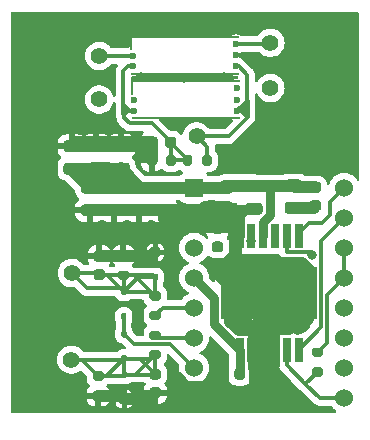
<source format=gtl>
G04 #@! TF.GenerationSoftware,KiCad,Pcbnew,7.0.9-7.0.9~ubuntu22.04.1*
G04 #@! TF.CreationDate,2023-12-29T18:17:52+00:00*
G04 #@! TF.ProjectId,driver_test,64726976-6572-45f7-9465-73742e6b6963,rev?*
G04 #@! TF.SameCoordinates,Original*
G04 #@! TF.FileFunction,Copper,L1,Top*
G04 #@! TF.FilePolarity,Positive*
%FSLAX46Y46*%
G04 Gerber Fmt 4.6, Leading zero omitted, Abs format (unit mm)*
G04 Created by KiCad (PCBNEW 7.0.9-7.0.9~ubuntu22.04.1) date 2023-12-29 18:17:52*
%MOMM*%
%LPD*%
G01*
G04 APERTURE LIST*
G04 #@! TA.AperFunction,ComponentPad*
%ADD10C,1.400000*%
G04 #@! TD*
G04 #@! TA.AperFunction,SMDPad,CuDef*
%ADD11R,0.650000X2.000000*%
G04 #@! TD*
G04 #@! TA.AperFunction,SMDPad,CuDef*
%ADD12R,8.100000X4.500000*%
G04 #@! TD*
G04 #@! TA.AperFunction,ComponentPad*
%ADD13R,1.530000X1.530000*%
G04 #@! TD*
G04 #@! TA.AperFunction,ComponentPad*
%ADD14C,1.530000*%
G04 #@! TD*
G04 #@! TA.AperFunction,ComponentPad*
%ADD15C,0.600000*%
G04 #@! TD*
G04 #@! TA.AperFunction,SMDPad,CuDef*
%ADD16O,0.200000X1.225000*%
G04 #@! TD*
G04 #@! TA.AperFunction,SMDPad,CuDef*
%ADD17O,9.300000X0.200000*%
G04 #@! TD*
G04 #@! TA.AperFunction,ViaPad*
%ADD18C,0.800000*%
G04 #@! TD*
G04 #@! TA.AperFunction,Conductor*
%ADD19C,0.800000*%
G04 #@! TD*
G04 #@! TA.AperFunction,Conductor*
%ADD20C,1.000000*%
G04 #@! TD*
G04 #@! TA.AperFunction,Conductor*
%ADD21C,0.300000*%
G04 #@! TD*
G04 APERTURE END LIST*
G04 #@! TO.P,R1,1*
G04 #@! TO.N,/DIS*
G04 #@! TA.AperFunction,SMDPad,CuDef*
G36*
G01*
X26265000Y3090000D02*
X25715000Y3090000D01*
G75*
G02*
X25515000Y3290000I0J200000D01*
G01*
X25515000Y3690000D01*
G75*
G02*
X25715000Y3890000I200000J0D01*
G01*
X26265000Y3890000D01*
G75*
G02*
X26465000Y3690000I0J-200000D01*
G01*
X26465000Y3290000D01*
G75*
G02*
X26265000Y3090000I-200000J0D01*
G01*
G37*
G04 #@! TD.AperFunction*
G04 #@! TO.P,R1,2*
G04 #@! TO.N,+3.3V*
G04 #@! TA.AperFunction,SMDPad,CuDef*
G36*
G01*
X26265000Y4740000D02*
X25715000Y4740000D01*
G75*
G02*
X25515000Y4940000I0J200000D01*
G01*
X25515000Y5340000D01*
G75*
G02*
X25715000Y5540000I200000J0D01*
G01*
X26265000Y5540000D01*
G75*
G02*
X26465000Y5340000I0J-200000D01*
G01*
X26465000Y4940000D01*
G75*
G02*
X26265000Y4740000I-200000J0D01*
G01*
G37*
G04 #@! TD.AperFunction*
G04 #@! TD*
D10*
G04 #@! TO.P,IN_KNOCK2,1,Pin_1*
G04 #@! TO.N,Net-(IN_KNOCK2-Pin_1)*
X7495000Y30235001D03*
G04 #@! TD*
G04 #@! TO.P,C20,1*
G04 #@! TO.N,GND*
G04 #@! TA.AperFunction,SMDPad,CuDef*
G36*
G01*
X4725000Y23090000D02*
X5675000Y23090000D01*
G75*
G02*
X5925000Y22840000I0J-250000D01*
G01*
X5925000Y22340000D01*
G75*
G02*
X5675000Y22090000I-250000J0D01*
G01*
X4725000Y22090000D01*
G75*
G02*
X4475000Y22340000I0J250000D01*
G01*
X4475000Y22840000D01*
G75*
G02*
X4725000Y23090000I250000J0D01*
G01*
G37*
G04 #@! TD.AperFunction*
G04 #@! TO.P,C20,2*
G04 #@! TO.N,+12VA*
G04 #@! TA.AperFunction,SMDPad,CuDef*
G36*
G01*
X4725000Y21190000D02*
X5675000Y21190000D01*
G75*
G02*
X5925000Y20940000I0J-250000D01*
G01*
X5925000Y20440000D01*
G75*
G02*
X5675000Y20190000I-250000J0D01*
G01*
X4725000Y20190000D01*
G75*
G02*
X4475000Y20440000I0J250000D01*
G01*
X4475000Y20940000D01*
G75*
G02*
X4725000Y21190000I250000J0D01*
G01*
G37*
G04 #@! TD.AperFunction*
G04 #@! TD*
G04 #@! TO.P,C18,1*
G04 #@! TO.N,GND*
G04 #@! TA.AperFunction,SMDPad,CuDef*
G36*
G01*
X7175000Y16680000D02*
X6225000Y16680000D01*
G75*
G02*
X5975000Y16930000I0J250000D01*
G01*
X5975000Y17430000D01*
G75*
G02*
X6225000Y17680000I250000J0D01*
G01*
X7175000Y17680000D01*
G75*
G02*
X7425000Y17430000I0J-250000D01*
G01*
X7425000Y16930000D01*
G75*
G02*
X7175000Y16680000I-250000J0D01*
G01*
G37*
G04 #@! TD.AperFunction*
G04 #@! TO.P,C18,2*
G04 #@! TO.N,+12VA*
G04 #@! TA.AperFunction,SMDPad,CuDef*
G36*
G01*
X7175000Y18580000D02*
X6225000Y18580000D01*
G75*
G02*
X5975000Y18830000I0J250000D01*
G01*
X5975000Y19330000D01*
G75*
G02*
X6225000Y19580000I250000J0D01*
G01*
X7175000Y19580000D01*
G75*
G02*
X7425000Y19330000I0J-250000D01*
G01*
X7425000Y18830000D01*
G75*
G02*
X7175000Y18580000I-250000J0D01*
G01*
G37*
G04 #@! TD.AperFunction*
G04 #@! TD*
G04 #@! TO.P,C16,1*
G04 #@! TO.N,GND*
G04 #@! TA.AperFunction,SMDPad,CuDef*
G36*
G01*
X8885000Y23110000D02*
X9835000Y23110000D01*
G75*
G02*
X10085000Y22860000I0J-250000D01*
G01*
X10085000Y22360000D01*
G75*
G02*
X9835000Y22110000I-250000J0D01*
G01*
X8885000Y22110000D01*
G75*
G02*
X8635000Y22360000I0J250000D01*
G01*
X8635000Y22860000D01*
G75*
G02*
X8885000Y23110000I250000J0D01*
G01*
G37*
G04 #@! TD.AperFunction*
G04 #@! TO.P,C16,2*
G04 #@! TO.N,+12VA*
G04 #@! TA.AperFunction,SMDPad,CuDef*
G36*
G01*
X8885000Y21210000D02*
X9835000Y21210000D01*
G75*
G02*
X10085000Y20960000I0J-250000D01*
G01*
X10085000Y20460000D01*
G75*
G02*
X9835000Y20210000I-250000J0D01*
G01*
X8885000Y20210000D01*
G75*
G02*
X8635000Y20460000I0J250000D01*
G01*
X8635000Y20960000D01*
G75*
G02*
X8885000Y21210000I250000J0D01*
G01*
G37*
G04 #@! TD.AperFunction*
G04 #@! TD*
G04 #@! TO.P,R6,1*
G04 #@! TO.N,+5V*
G04 #@! TA.AperFunction,SMDPad,CuDef*
G36*
G01*
X17040000Y21683000D02*
X17040000Y21133000D01*
G75*
G02*
X16840000Y20933000I-200000J0D01*
G01*
X16440000Y20933000D01*
G75*
G02*
X16240000Y21133000I0J200000D01*
G01*
X16240000Y21683000D01*
G75*
G02*
X16440000Y21883000I200000J0D01*
G01*
X16840000Y21883000D01*
G75*
G02*
X17040000Y21683000I0J-200000D01*
G01*
G37*
G04 #@! TD.AperFunction*
G04 #@! TO.P,R6,2*
G04 #@! TO.N,/VREF*
G04 #@! TA.AperFunction,SMDPad,CuDef*
G36*
G01*
X15390000Y21683000D02*
X15390000Y21133000D01*
G75*
G02*
X15190000Y20933000I-200000J0D01*
G01*
X14790000Y20933000D01*
G75*
G02*
X14590000Y21133000I0J200000D01*
G01*
X14590000Y21683000D01*
G75*
G02*
X14790000Y21883000I200000J0D01*
G01*
X15190000Y21883000D01*
G75*
G02*
X15390000Y21683000I0J-200000D01*
G01*
G37*
G04 #@! TD.AperFunction*
G04 #@! TD*
G04 #@! TO.P,R7,1*
G04 #@! TO.N,/VREF*
G04 #@! TA.AperFunction,SMDPad,CuDef*
G36*
G01*
X13992000Y21683000D02*
X13992000Y21133000D01*
G75*
G02*
X13792000Y20933000I-200000J0D01*
G01*
X13392000Y20933000D01*
G75*
G02*
X13192000Y21133000I0J200000D01*
G01*
X13192000Y21683000D01*
G75*
G02*
X13392000Y21883000I200000J0D01*
G01*
X13792000Y21883000D01*
G75*
G02*
X13992000Y21683000I0J-200000D01*
G01*
G37*
G04 #@! TD.AperFunction*
G04 #@! TO.P,R7,2*
G04 #@! TO.N,GND*
G04 #@! TA.AperFunction,SMDPad,CuDef*
G36*
G01*
X12342000Y21683000D02*
X12342000Y21133000D01*
G75*
G02*
X12142000Y20933000I-200000J0D01*
G01*
X11742000Y20933000D01*
G75*
G02*
X11542000Y21133000I0J200000D01*
G01*
X11542000Y21683000D01*
G75*
G02*
X11742000Y21883000I200000J0D01*
G01*
X12142000Y21883000D01*
G75*
G02*
X12342000Y21683000I0J-200000D01*
G01*
G37*
G04 #@! TD.AperFunction*
G04 #@! TD*
G04 #@! TO.P,R4,1*
G04 #@! TO.N,Net-(D1-A)*
G04 #@! TA.AperFunction,SMDPad,CuDef*
G36*
G01*
X11960000Y10315000D02*
X12510000Y10315000D01*
G75*
G02*
X12710000Y10115000I0J-200000D01*
G01*
X12710000Y9715000D01*
G75*
G02*
X12510000Y9515000I-200000J0D01*
G01*
X11960000Y9515000D01*
G75*
G02*
X11760000Y9715000I0J200000D01*
G01*
X11760000Y10115000D01*
G75*
G02*
X11960000Y10315000I200000J0D01*
G01*
G37*
G04 #@! TD.AperFunction*
G04 #@! TO.P,R4,2*
G04 #@! TO.N,/TPS2_IN*
G04 #@! TA.AperFunction,SMDPad,CuDef*
G36*
G01*
X11960000Y8665000D02*
X12510000Y8665000D01*
G75*
G02*
X12710000Y8465000I0J-200000D01*
G01*
X12710000Y8065000D01*
G75*
G02*
X12510000Y7865000I-200000J0D01*
G01*
X11960000Y7865000D01*
G75*
G02*
X11760000Y8065000I0J200000D01*
G01*
X11760000Y8465000D01*
G75*
G02*
X11960000Y8665000I200000J0D01*
G01*
G37*
G04 #@! TD.AperFunction*
G04 #@! TD*
G04 #@! TO.P,C22,1*
G04 #@! TO.N,GND*
G04 #@! TA.AperFunction,SMDPad,CuDef*
G36*
G01*
X21085000Y16800000D02*
X20135000Y16800000D01*
G75*
G02*
X19885000Y17050000I0J250000D01*
G01*
X19885000Y17550000D01*
G75*
G02*
X20135000Y17800000I250000J0D01*
G01*
X21085000Y17800000D01*
G75*
G02*
X21335000Y17550000I0J-250000D01*
G01*
X21335000Y17050000D01*
G75*
G02*
X21085000Y16800000I-250000J0D01*
G01*
G37*
G04 #@! TD.AperFunction*
G04 #@! TO.P,C22,2*
G04 #@! TO.N,+12VA*
G04 #@! TA.AperFunction,SMDPad,CuDef*
G36*
G01*
X21085000Y18700000D02*
X20135000Y18700000D01*
G75*
G02*
X19885000Y18950000I0J250000D01*
G01*
X19885000Y19450000D01*
G75*
G02*
X20135000Y19700000I250000J0D01*
G01*
X21085000Y19700000D01*
G75*
G02*
X21335000Y19450000I0J-250000D01*
G01*
X21335000Y18950000D01*
G75*
G02*
X21085000Y18700000I-250000J0D01*
G01*
G37*
G04 #@! TD.AperFunction*
G04 #@! TD*
G04 #@! TO.P,IN_KNOCK1,1,Pin_1*
G04 #@! TO.N,Net-(IN_KNOCK1-Pin_1)*
X7495000Y26555001D03*
G04 #@! TD*
G04 #@! TO.P,D3,1,K*
G04 #@! TO.N,Net-(D1-A)*
G04 #@! TA.AperFunction,SMDPad,CuDef*
G36*
G01*
X12377500Y11200000D02*
X12152500Y11200000D01*
G75*
G02*
X12040000Y11312500I0J112500D01*
G01*
X12040000Y11687500D01*
G75*
G02*
X12152500Y11800000I112500J0D01*
G01*
X12377500Y11800000D01*
G75*
G02*
X12490000Y11687500I0J-112500D01*
G01*
X12490000Y11312500D01*
G75*
G02*
X12377500Y11200000I-112500J0D01*
G01*
G37*
G04 #@! TD.AperFunction*
G04 #@! TO.P,D3,2,A*
G04 #@! TO.N,GND*
G04 #@! TA.AperFunction,SMDPad,CuDef*
G36*
G01*
X12377500Y13300000D02*
X12152500Y13300000D01*
G75*
G02*
X12040000Y13412500I0J112500D01*
G01*
X12040000Y13787500D01*
G75*
G02*
X12152500Y13900000I112500J0D01*
G01*
X12377500Y13900000D01*
G75*
G02*
X12490000Y13787500I0J-112500D01*
G01*
X12490000Y13412500D01*
G75*
G02*
X12377500Y13300000I-112500J0D01*
G01*
G37*
G04 #@! TD.AperFunction*
G04 #@! TD*
G04 #@! TO.P,D2,1,K*
G04 #@! TO.N,+3.3V*
G04 #@! TA.AperFunction,SMDPad,CuDef*
G36*
G01*
X9482500Y7000000D02*
X9707500Y7000000D01*
G75*
G02*
X9820000Y6887500I0J-112500D01*
G01*
X9820000Y6512500D01*
G75*
G02*
X9707500Y6400000I-112500J0D01*
G01*
X9482500Y6400000D01*
G75*
G02*
X9370000Y6512500I0J112500D01*
G01*
X9370000Y6887500D01*
G75*
G02*
X9482500Y7000000I112500J0D01*
G01*
G37*
G04 #@! TD.AperFunction*
G04 #@! TO.P,D2,2,A*
G04 #@! TO.N,Net-(D2-A)*
G04 #@! TA.AperFunction,SMDPad,CuDef*
G36*
G01*
X9482500Y4900000D02*
X9707500Y4900000D01*
G75*
G02*
X9820000Y4787500I0J-112500D01*
G01*
X9820000Y4412500D01*
G75*
G02*
X9707500Y4300000I-112500J0D01*
G01*
X9482500Y4300000D01*
G75*
G02*
X9370000Y4412500I0J112500D01*
G01*
X9370000Y4787500D01*
G75*
G02*
X9482500Y4900000I112500J0D01*
G01*
G37*
G04 #@! TD.AperFunction*
G04 #@! TD*
G04 #@! TO.P,C13,1*
G04 #@! TO.N,GND*
G04 #@! TA.AperFunction,SMDPad,CuDef*
G36*
G01*
X21405000Y3560000D02*
X21405000Y3060000D01*
G75*
G02*
X21180000Y2835000I-225000J0D01*
G01*
X20730000Y2835000D01*
G75*
G02*
X20505000Y3060000I0J225000D01*
G01*
X20505000Y3560000D01*
G75*
G02*
X20730000Y3785000I225000J0D01*
G01*
X21180000Y3785000D01*
G75*
G02*
X21405000Y3560000I0J-225000D01*
G01*
G37*
G04 #@! TD.AperFunction*
G04 #@! TO.P,C13,2*
G04 #@! TO.N,/OUT+*
G04 #@! TA.AperFunction,SMDPad,CuDef*
G36*
G01*
X19855000Y3560000D02*
X19855000Y3060000D01*
G75*
G02*
X19630000Y2835000I-225000J0D01*
G01*
X19180000Y2835000D01*
G75*
G02*
X18955000Y3060000I0J225000D01*
G01*
X18955000Y3560000D01*
G75*
G02*
X19180000Y3785000I225000J0D01*
G01*
X19630000Y3785000D01*
G75*
G02*
X19855000Y3560000I0J-225000D01*
G01*
G37*
G04 #@! TD.AperFunction*
G04 #@! TD*
G04 #@! TO.P,OUT_KNOCK1,1,Pin_1*
G04 #@! TO.N,Net-(M2-OUT_KNOCK)*
X21995000Y27535001D03*
G04 #@! TD*
G04 #@! TO.P,C2,1*
G04 #@! TO.N,GND*
G04 #@! TA.AperFunction,SMDPad,CuDef*
G36*
G01*
X7265000Y13725000D02*
X7765000Y13725000D01*
G75*
G02*
X7990000Y13500000I0J-225000D01*
G01*
X7990000Y13050000D01*
G75*
G02*
X7765000Y12825000I-225000J0D01*
G01*
X7265000Y12825000D01*
G75*
G02*
X7040000Y13050000I0J225000D01*
G01*
X7040000Y13500000D01*
G75*
G02*
X7265000Y13725000I225000J0D01*
G01*
G37*
G04 #@! TD.AperFunction*
G04 #@! TO.P,C2,2*
G04 #@! TO.N,Net-(D1-A)*
G04 #@! TA.AperFunction,SMDPad,CuDef*
G36*
G01*
X7265000Y12175000D02*
X7765000Y12175000D01*
G75*
G02*
X7990000Y11950000I0J-225000D01*
G01*
X7990000Y11500000D01*
G75*
G02*
X7765000Y11275000I-225000J0D01*
G01*
X7265000Y11275000D01*
G75*
G02*
X7040000Y11500000I0J225000D01*
G01*
X7040000Y11950000D01*
G75*
G02*
X7265000Y12175000I225000J0D01*
G01*
G37*
G04 #@! TD.AperFunction*
G04 #@! TD*
G04 #@! TO.P,OUT_KNOCK2,1,Pin_1*
G04 #@! TO.N,Net-(M1-OUT_KNOCK)*
X21995000Y31355001D03*
G04 #@! TD*
G04 #@! TO.P,C15,1*
G04 #@! TO.N,GND*
G04 #@! TA.AperFunction,SMDPad,CuDef*
G36*
G01*
X6795000Y23120000D02*
X7745000Y23120000D01*
G75*
G02*
X7995000Y22870000I0J-250000D01*
G01*
X7995000Y22370000D01*
G75*
G02*
X7745000Y22120000I-250000J0D01*
G01*
X6795000Y22120000D01*
G75*
G02*
X6545000Y22370000I0J250000D01*
G01*
X6545000Y22870000D01*
G75*
G02*
X6795000Y23120000I250000J0D01*
G01*
G37*
G04 #@! TD.AperFunction*
G04 #@! TO.P,C15,2*
G04 #@! TO.N,+12VA*
G04 #@! TA.AperFunction,SMDPad,CuDef*
G36*
G01*
X6795000Y21220000D02*
X7745000Y21220000D01*
G75*
G02*
X7995000Y20970000I0J-250000D01*
G01*
X7995000Y20470000D01*
G75*
G02*
X7745000Y20220000I-250000J0D01*
G01*
X6795000Y20220000D01*
G75*
G02*
X6545000Y20470000I0J250000D01*
G01*
X6545000Y20970000D01*
G75*
G02*
X6795000Y21220000I250000J0D01*
G01*
G37*
G04 #@! TD.AperFunction*
G04 #@! TD*
G04 #@! TO.P,D1,1,K*
G04 #@! TO.N,+3.3V*
G04 #@! TA.AperFunction,SMDPad,CuDef*
G36*
G01*
X9697500Y7880000D02*
X9472500Y7880000D01*
G75*
G02*
X9360000Y7992500I0J112500D01*
G01*
X9360000Y8367500D01*
G75*
G02*
X9472500Y8480000I112500J0D01*
G01*
X9697500Y8480000D01*
G75*
G02*
X9810000Y8367500I0J-112500D01*
G01*
X9810000Y7992500D01*
G75*
G02*
X9697500Y7880000I-112500J0D01*
G01*
G37*
G04 #@! TD.AperFunction*
G04 #@! TO.P,D1,2,A*
G04 #@! TO.N,Net-(D1-A)*
G04 #@! TA.AperFunction,SMDPad,CuDef*
G36*
G01*
X9697500Y9980000D02*
X9472500Y9980000D01*
G75*
G02*
X9360000Y10092500I0J112500D01*
G01*
X9360000Y10467500D01*
G75*
G02*
X9472500Y10580000I112500J0D01*
G01*
X9697500Y10580000D01*
G75*
G02*
X9810000Y10467500I0J-112500D01*
G01*
X9810000Y10092500D01*
G75*
G02*
X9697500Y9980000I-112500J0D01*
G01*
G37*
G04 #@! TD.AperFunction*
G04 #@! TD*
G04 #@! TO.P,PPS2_CPU1,1,Pin_1*
G04 #@! TO.N,Net-(D2-A)*
X5155000Y4520000D03*
G04 #@! TD*
D11*
G04 #@! TO.P,U2,1,DIR*
G04 #@! TO.N,/DIR*
X24385000Y14970000D03*
G04 #@! TO.P,U2,2,VSO*
G04 #@! TO.N,+3.3V*
X23385000Y14970000D03*
G04 #@! TO.P,U2,3,SO*
G04 #@! TO.N,unconnected-(U2-SO-Pad3)*
X22385000Y14970000D03*
G04 #@! TO.P,U2,4,VS*
G04 #@! TO.N,+12VA*
X21385000Y14970000D03*
G04 #@! TO.P,U2,5,OUT1*
G04 #@! TO.N,/OUT-*
X20385000Y14970000D03*
G04 #@! TO.P,U2,6,GND*
G04 #@! TO.N,GND*
X19385000Y14970000D03*
G04 #@! TO.P,U2,7,OUT2*
G04 #@! TO.N,/OUT+*
X19385000Y5370000D03*
G04 #@! TO.P,U2,8,SI*
G04 #@! TO.N,GND*
X20385000Y5370000D03*
G04 #@! TO.P,U2,9,CSN*
X21385000Y5370000D03*
G04 #@! TO.P,U2,10,SCK*
X22385000Y5370000D03*
G04 #@! TO.P,U2,11,DIS*
G04 #@! TO.N,/DIS*
X23385000Y5370000D03*
G04 #@! TO.P,U2,12,PWM*
G04 #@! TO.N,/PWM*
X24385000Y5370000D03*
D12*
G04 #@! TO.P,U2,13,GND*
G04 #@! TO.N,GND*
X21885000Y10170000D03*
G04 #@! TD*
G04 #@! TO.P,C1,1*
G04 #@! TO.N,GND*
G04 #@! TA.AperFunction,SMDPad,CuDef*
G36*
G01*
X13445000Y16680000D02*
X12495000Y16680000D01*
G75*
G02*
X12245000Y16930000I0J250000D01*
G01*
X12245000Y17430000D01*
G75*
G02*
X12495000Y17680000I250000J0D01*
G01*
X13445000Y17680000D01*
G75*
G02*
X13695000Y17430000I0J-250000D01*
G01*
X13695000Y16930000D01*
G75*
G02*
X13445000Y16680000I-250000J0D01*
G01*
G37*
G04 #@! TD.AperFunction*
G04 #@! TO.P,C1,2*
G04 #@! TO.N,+12VA*
G04 #@! TA.AperFunction,SMDPad,CuDef*
G36*
G01*
X13445000Y18580000D02*
X12495000Y18580000D01*
G75*
G02*
X12245000Y18830000I0J250000D01*
G01*
X12245000Y19330000D01*
G75*
G02*
X12495000Y19580000I250000J0D01*
G01*
X13445000Y19580000D01*
G75*
G02*
X13695000Y19330000I0J-250000D01*
G01*
X13695000Y18830000D01*
G75*
G02*
X13445000Y18580000I-250000J0D01*
G01*
G37*
G04 #@! TD.AperFunction*
G04 #@! TD*
G04 #@! TO.P,C12,1*
G04 #@! TO.N,GND*
G04 #@! TA.AperFunction,SMDPad,CuDef*
G36*
G01*
X17270000Y16080000D02*
X17770000Y16080000D01*
G75*
G02*
X17995000Y15855000I0J-225000D01*
G01*
X17995000Y15405000D01*
G75*
G02*
X17770000Y15180000I-225000J0D01*
G01*
X17270000Y15180000D01*
G75*
G02*
X17045000Y15405000I0J225000D01*
G01*
X17045000Y15855000D01*
G75*
G02*
X17270000Y16080000I225000J0D01*
G01*
G37*
G04 #@! TD.AperFunction*
G04 #@! TO.P,C12,2*
G04 #@! TO.N,/OUT-*
G04 #@! TA.AperFunction,SMDPad,CuDef*
G36*
G01*
X17270000Y14530000D02*
X17770000Y14530000D01*
G75*
G02*
X17995000Y14305000I0J-225000D01*
G01*
X17995000Y13855000D01*
G75*
G02*
X17770000Y13630000I-225000J0D01*
G01*
X17270000Y13630000D01*
G75*
G02*
X17045000Y13855000I0J225000D01*
G01*
X17045000Y14305000D01*
G75*
G02*
X17270000Y14530000I225000J0D01*
G01*
G37*
G04 #@! TD.AperFunction*
G04 #@! TD*
G04 #@! TO.P,C21,1*
G04 #@! TO.N,GND*
G04 #@! TA.AperFunction,SMDPad,CuDef*
G36*
G01*
X9265000Y16670000D02*
X8315000Y16670000D01*
G75*
G02*
X8065000Y16920000I0J250000D01*
G01*
X8065000Y17420000D01*
G75*
G02*
X8315000Y17670000I250000J0D01*
G01*
X9265000Y17670000D01*
G75*
G02*
X9515000Y17420000I0J-250000D01*
G01*
X9515000Y16920000D01*
G75*
G02*
X9265000Y16670000I-250000J0D01*
G01*
G37*
G04 #@! TD.AperFunction*
G04 #@! TO.P,C21,2*
G04 #@! TO.N,+12VA*
G04 #@! TA.AperFunction,SMDPad,CuDef*
G36*
G01*
X9265000Y18570000D02*
X8315000Y18570000D01*
G75*
G02*
X8065000Y18820000I0J250000D01*
G01*
X8065000Y19320000D01*
G75*
G02*
X8315000Y19570000I250000J0D01*
G01*
X9265000Y19570000D01*
G75*
G02*
X9515000Y19320000I0J-250000D01*
G01*
X9515000Y18820000D01*
G75*
G02*
X9265000Y18570000I-250000J0D01*
G01*
G37*
G04 #@! TD.AperFunction*
G04 #@! TD*
G04 #@! TO.P,C3,1*
G04 #@! TO.N,GND*
G04 #@! TA.AperFunction,SMDPad,CuDef*
G36*
G01*
X12495000Y1285000D02*
X11995000Y1285000D01*
G75*
G02*
X11770000Y1510000I0J225000D01*
G01*
X11770000Y1960000D01*
G75*
G02*
X11995000Y2185000I225000J0D01*
G01*
X12495000Y2185000D01*
G75*
G02*
X12720000Y1960000I0J-225000D01*
G01*
X12720000Y1510000D01*
G75*
G02*
X12495000Y1285000I-225000J0D01*
G01*
G37*
G04 #@! TD.AperFunction*
G04 #@! TO.P,C3,2*
G04 #@! TO.N,Net-(D2-A)*
G04 #@! TA.AperFunction,SMDPad,CuDef*
G36*
G01*
X12495000Y2835000D02*
X11995000Y2835000D01*
G75*
G02*
X11770000Y3060000I0J225000D01*
G01*
X11770000Y3510000D01*
G75*
G02*
X11995000Y3735000I225000J0D01*
G01*
X12495000Y3735000D01*
G75*
G02*
X12720000Y3510000I0J-225000D01*
G01*
X12720000Y3060000D01*
G75*
G02*
X12495000Y2835000I-225000J0D01*
G01*
G37*
G04 #@! TD.AperFunction*
G04 #@! TD*
G04 #@! TO.P,R2,1*
G04 #@! TO.N,Net-(D2-A)*
G04 #@! TA.AperFunction,SMDPad,CuDef*
G36*
G01*
X12510000Y4540000D02*
X11960000Y4540000D01*
G75*
G02*
X11760000Y4740000I0J200000D01*
G01*
X11760000Y5140000D01*
G75*
G02*
X11960000Y5340000I200000J0D01*
G01*
X12510000Y5340000D01*
G75*
G02*
X12710000Y5140000I0J-200000D01*
G01*
X12710000Y4740000D01*
G75*
G02*
X12510000Y4540000I-200000J0D01*
G01*
G37*
G04 #@! TD.AperFunction*
G04 #@! TO.P,R2,2*
G04 #@! TO.N,/PPS2_IN*
G04 #@! TA.AperFunction,SMDPad,CuDef*
G36*
G01*
X12510000Y6190000D02*
X11960000Y6190000D01*
G75*
G02*
X11760000Y6390000I0J200000D01*
G01*
X11760000Y6790000D01*
G75*
G02*
X11960000Y6990000I200000J0D01*
G01*
X12510000Y6990000D01*
G75*
G02*
X12710000Y6790000I0J-200000D01*
G01*
X12710000Y6390000D01*
G75*
G02*
X12510000Y6190000I-200000J0D01*
G01*
G37*
G04 #@! TD.AperFunction*
G04 #@! TD*
G04 #@! TO.P,C14,1*
G04 #@! TO.N,GND*
G04 #@! TA.AperFunction,SMDPad,CuDef*
G36*
G01*
X11355000Y16680000D02*
X10405000Y16680000D01*
G75*
G02*
X10155000Y16930000I0J250000D01*
G01*
X10155000Y17430000D01*
G75*
G02*
X10405000Y17680000I250000J0D01*
G01*
X11355000Y17680000D01*
G75*
G02*
X11605000Y17430000I0J-250000D01*
G01*
X11605000Y16930000D01*
G75*
G02*
X11355000Y16680000I-250000J0D01*
G01*
G37*
G04 #@! TD.AperFunction*
G04 #@! TO.P,C14,2*
G04 #@! TO.N,+12VA*
G04 #@! TA.AperFunction,SMDPad,CuDef*
G36*
G01*
X11355000Y18580000D02*
X10405000Y18580000D01*
G75*
G02*
X10155000Y18830000I0J250000D01*
G01*
X10155000Y19330000D01*
G75*
G02*
X10405000Y19580000I250000J0D01*
G01*
X11355000Y19580000D01*
G75*
G02*
X11605000Y19330000I0J-250000D01*
G01*
X11605000Y18830000D01*
G75*
G02*
X11355000Y18580000I-250000J0D01*
G01*
G37*
G04 #@! TD.AperFunction*
G04 #@! TD*
G04 #@! TO.P,D4,1,K*
G04 #@! TO.N,Net-(D2-A)*
G04 #@! TA.AperFunction,SMDPad,CuDef*
G36*
G01*
X9512500Y3560000D02*
X9737500Y3560000D01*
G75*
G02*
X9850000Y3447500I0J-112500D01*
G01*
X9850000Y3072500D01*
G75*
G02*
X9737500Y2960000I-112500J0D01*
G01*
X9512500Y2960000D01*
G75*
G02*
X9400000Y3072500I0J112500D01*
G01*
X9400000Y3447500D01*
G75*
G02*
X9512500Y3560000I112500J0D01*
G01*
G37*
G04 #@! TD.AperFunction*
G04 #@! TO.P,D4,2,A*
G04 #@! TO.N,GND*
G04 #@! TA.AperFunction,SMDPad,CuDef*
G36*
G01*
X9512500Y1460000D02*
X9737500Y1460000D01*
G75*
G02*
X9850000Y1347500I0J-112500D01*
G01*
X9850000Y972500D01*
G75*
G02*
X9737500Y860000I-112500J0D01*
G01*
X9512500Y860000D01*
G75*
G02*
X9400000Y972500I0J112500D01*
G01*
X9400000Y1347500D01*
G75*
G02*
X9512500Y1460000I112500J0D01*
G01*
G37*
G04 #@! TD.AperFunction*
G04 #@! TD*
D10*
G04 #@! TO.P,5V_IN1,1,Pin_1*
G04 #@! TO.N,+5V*
X15765000Y23440000D03*
G04 #@! TD*
G04 #@! TO.P,C4,1*
G04 #@! TO.N,GND*
G04 #@! TA.AperFunction,SMDPad,CuDef*
G36*
G01*
X11542000Y22682000D02*
X11542000Y23182000D01*
G75*
G02*
X11767000Y23407000I225000J0D01*
G01*
X12217000Y23407000D01*
G75*
G02*
X12442000Y23182000I0J-225000D01*
G01*
X12442000Y22682000D01*
G75*
G02*
X12217000Y22457000I-225000J0D01*
G01*
X11767000Y22457000D01*
G75*
G02*
X11542000Y22682000I0J225000D01*
G01*
G37*
G04 #@! TD.AperFunction*
G04 #@! TO.P,C4,2*
G04 #@! TO.N,/VREF*
G04 #@! TA.AperFunction,SMDPad,CuDef*
G36*
G01*
X13092000Y22682000D02*
X13092000Y23182000D01*
G75*
G02*
X13317000Y23407000I225000J0D01*
G01*
X13767000Y23407000D01*
G75*
G02*
X13992000Y23182000I0J-225000D01*
G01*
X13992000Y22682000D01*
G75*
G02*
X13767000Y22457000I-225000J0D01*
G01*
X13317000Y22457000D01*
G75*
G02*
X13092000Y22682000I0J225000D01*
G01*
G37*
G04 #@! TD.AperFunction*
G04 #@! TD*
G04 #@! TO.P,R5,1*
G04 #@! TO.N,GND*
G04 #@! TA.AperFunction,SMDPad,CuDef*
G36*
G01*
X9280000Y13715000D02*
X9830000Y13715000D01*
G75*
G02*
X10030000Y13515000I0J-200000D01*
G01*
X10030000Y13115000D01*
G75*
G02*
X9830000Y12915000I-200000J0D01*
G01*
X9280000Y12915000D01*
G75*
G02*
X9080000Y13115000I0J200000D01*
G01*
X9080000Y13515000D01*
G75*
G02*
X9280000Y13715000I200000J0D01*
G01*
G37*
G04 #@! TD.AperFunction*
G04 #@! TO.P,R5,2*
G04 #@! TO.N,Net-(D1-A)*
G04 #@! TA.AperFunction,SMDPad,CuDef*
G36*
G01*
X9280000Y12065000D02*
X9830000Y12065000D01*
G75*
G02*
X10030000Y11865000I0J-200000D01*
G01*
X10030000Y11465000D01*
G75*
G02*
X9830000Y11265000I-200000J0D01*
G01*
X9280000Y11265000D01*
G75*
G02*
X9080000Y11465000I0J200000D01*
G01*
X9080000Y11865000D01*
G75*
G02*
X9280000Y12065000I200000J0D01*
G01*
G37*
G04 #@! TD.AperFunction*
G04 #@! TD*
G04 #@! TO.P,C11,1*
G04 #@! TO.N,GND*
G04 #@! TA.AperFunction,SMDPad,CuDef*
G36*
G01*
X26060000Y17115000D02*
X25560000Y17115000D01*
G75*
G02*
X25335000Y17340000I0J225000D01*
G01*
X25335000Y17790000D01*
G75*
G02*
X25560000Y18015000I225000J0D01*
G01*
X26060000Y18015000D01*
G75*
G02*
X26285000Y17790000I0J-225000D01*
G01*
X26285000Y17340000D01*
G75*
G02*
X26060000Y17115000I-225000J0D01*
G01*
G37*
G04 #@! TD.AperFunction*
G04 #@! TO.P,C11,2*
G04 #@! TO.N,+12VA*
G04 #@! TA.AperFunction,SMDPad,CuDef*
G36*
G01*
X26060000Y18665000D02*
X25560000Y18665000D01*
G75*
G02*
X25335000Y18890000I0J225000D01*
G01*
X25335000Y19340000D01*
G75*
G02*
X25560000Y19565000I225000J0D01*
G01*
X26060000Y19565000D01*
G75*
G02*
X26285000Y19340000I0J-225000D01*
G01*
X26285000Y18890000D01*
G75*
G02*
X26060000Y18665000I-225000J0D01*
G01*
G37*
G04 #@! TD.AperFunction*
G04 #@! TD*
G04 #@! TO.P,C19,1*
G04 #@! TO.N,GND*
G04 #@! TA.AperFunction,SMDPad,CuDef*
G36*
G01*
X18995000Y16810000D02*
X18045000Y16810000D01*
G75*
G02*
X17795000Y17060000I0J250000D01*
G01*
X17795000Y17560000D01*
G75*
G02*
X18045000Y17810000I250000J0D01*
G01*
X18995000Y17810000D01*
G75*
G02*
X19245000Y17560000I0J-250000D01*
G01*
X19245000Y17060000D01*
G75*
G02*
X18995000Y16810000I-250000J0D01*
G01*
G37*
G04 #@! TD.AperFunction*
G04 #@! TO.P,C19,2*
G04 #@! TO.N,+12VA*
G04 #@! TA.AperFunction,SMDPad,CuDef*
G36*
G01*
X18995000Y18710000D02*
X18045000Y18710000D01*
G75*
G02*
X17795000Y18960000I0J250000D01*
G01*
X17795000Y19460000D01*
G75*
G02*
X18045000Y19710000I250000J0D01*
G01*
X18995000Y19710000D01*
G75*
G02*
X19245000Y19460000I0J-250000D01*
G01*
X19245000Y18960000D01*
G75*
G02*
X18995000Y18710000I-250000J0D01*
G01*
G37*
G04 #@! TD.AperFunction*
G04 #@! TD*
G04 #@! TO.P,R3,1*
G04 #@! TO.N,GND*
G04 #@! TA.AperFunction,SMDPad,CuDef*
G36*
G01*
X7700000Y1075000D02*
X7150000Y1075000D01*
G75*
G02*
X6950000Y1275000I0J200000D01*
G01*
X6950000Y1675000D01*
G75*
G02*
X7150000Y1875000I200000J0D01*
G01*
X7700000Y1875000D01*
G75*
G02*
X7900000Y1675000I0J-200000D01*
G01*
X7900000Y1275000D01*
G75*
G02*
X7700000Y1075000I-200000J0D01*
G01*
G37*
G04 #@! TD.AperFunction*
G04 #@! TO.P,R3,2*
G04 #@! TO.N,Net-(D2-A)*
G04 #@! TA.AperFunction,SMDPad,CuDef*
G36*
G01*
X7700000Y2725000D02*
X7150000Y2725000D01*
G75*
G02*
X6950000Y2925000I0J200000D01*
G01*
X6950000Y3325000D01*
G75*
G02*
X7150000Y3525000I200000J0D01*
G01*
X7700000Y3525000D01*
G75*
G02*
X7900000Y3325000I0J-200000D01*
G01*
X7900000Y2925000D01*
G75*
G02*
X7700000Y2725000I-200000J0D01*
G01*
G37*
G04 #@! TD.AperFunction*
G04 #@! TD*
G04 #@! TO.P,C17,1*
G04 #@! TO.N,GND*
G04 #@! TA.AperFunction,SMDPad,CuDef*
G36*
G01*
X24405000Y16880000D02*
X23455000Y16880000D01*
G75*
G02*
X23205000Y17130000I0J250000D01*
G01*
X23205000Y17630000D01*
G75*
G02*
X23455000Y17880000I250000J0D01*
G01*
X24405000Y17880000D01*
G75*
G02*
X24655000Y17630000I0J-250000D01*
G01*
X24655000Y17130000D01*
G75*
G02*
X24405000Y16880000I-250000J0D01*
G01*
G37*
G04 #@! TD.AperFunction*
G04 #@! TO.P,C17,2*
G04 #@! TO.N,+12VA*
G04 #@! TA.AperFunction,SMDPad,CuDef*
G36*
G01*
X24405000Y18780000D02*
X23455000Y18780000D01*
G75*
G02*
X23205000Y19030000I0J250000D01*
G01*
X23205000Y19530000D01*
G75*
G02*
X23455000Y19780000I250000J0D01*
G01*
X24405000Y19780000D01*
G75*
G02*
X24655000Y19530000I0J-250000D01*
G01*
X24655000Y19030000D01*
G75*
G02*
X24405000Y18780000I-250000J0D01*
G01*
G37*
G04 #@! TD.AperFunction*
G04 #@! TD*
G04 #@! TO.P,TPS2_CPU1,1,Pin_1*
G04 #@! TO.N,Net-(D1-A)*
X5185000Y11860000D03*
G04 #@! TD*
D13*
G04 #@! TO.P,U1,1,~{ENABLE}*
G04 #@! TO.N,+12VA*
X15535000Y19060000D03*
D14*
G04 #@! TO.P,U1,2,MS1*
G04 #@! TO.N,GND*
X15535000Y16520000D03*
G04 #@! TO.P,U1,3,MS2*
G04 #@! TO.N,/OUT-*
X15535000Y13980000D03*
G04 #@! TO.P,U1,4,MS3*
G04 #@! TO.N,/OUT+*
X15535000Y11440000D03*
G04 #@! TO.P,U1,5,~{RESET}*
G04 #@! TO.N,/TPS2_IN*
X15535000Y8900000D03*
G04 #@! TO.P,U1,6,~{SLEEP}*
G04 #@! TO.N,/PPS2_IN*
X15535000Y6360000D03*
G04 #@! TO.P,U1,7,STEP*
G04 #@! TO.N,+3.3V*
X15535000Y3820000D03*
G04 #@! TO.P,U1,8,DIR*
G04 #@! TO.N,GND*
X15535000Y1280000D03*
G04 #@! TO.P,U1,9,GND*
G04 #@! TO.N,/DIS*
X28235000Y1280000D03*
G04 #@! TO.P,U1,10,VDD*
G04 #@! TO.N,unconnected-(U1-VDD-Pad10)*
X28235000Y3820000D03*
G04 #@! TO.P,U1,11,1B*
G04 #@! TO.N,unconnected-(U1-1B-Pad11)*
X28235000Y6360000D03*
G04 #@! TO.P,U1,12,1A*
G04 #@! TO.N,unconnected-(U1-1A-Pad12)*
X28235000Y8900000D03*
G04 #@! TO.P,U1,13,2A*
G04 #@! TO.N,+3.3V*
X28235000Y11440000D03*
G04 #@! TO.P,U1,14,2B*
X28235000Y13980000D03*
G04 #@! TO.P,U1,15,GND*
G04 #@! TO.N,/PWM*
X28235000Y16520000D03*
G04 #@! TO.P,U1,16,VMOT*
G04 #@! TO.N,/DIR*
X28235000Y19060000D03*
G04 #@! TD*
D15*
G04 #@! TO.P,M1,E1,V5A*
G04 #@! TO.N,+5V*
X19090000Y29350003D03*
D16*
G04 #@! TO.P,M1,E2,GND*
G04 #@! TO.N,GND*
X10190000Y31325003D03*
D17*
X14740000Y31850003D03*
X14740000Y28750003D03*
D15*
X19090000Y30300003D03*
G04 #@! TO.P,M1,E3,OUT_KNOCK*
G04 #@! TO.N,Net-(M1-OUT_KNOCK)*
X19090000Y31250001D03*
G04 #@! TO.P,M1,W1,IN_KNOCK*
G04 #@! TO.N,Net-(IN_KNOCK2-Pin_1)*
X10390000Y30250003D03*
G04 #@! TO.P,M1,W2,VREF*
G04 #@! TO.N,/VREF*
X10390000Y29350003D03*
G04 #@! TD*
G04 #@! TO.P,M2,E1,V5A*
G04 #@! TO.N,+5V*
X19165000Y25585001D03*
D16*
G04 #@! TO.P,M2,E2,GND*
G04 #@! TO.N,GND*
X10265000Y27560001D03*
D17*
X14815000Y28085001D03*
X14815000Y24985001D03*
D15*
X19165000Y26535001D03*
G04 #@! TO.P,M2,E3,OUT_KNOCK*
G04 #@! TO.N,Net-(M2-OUT_KNOCK)*
X19165000Y27484999D03*
G04 #@! TO.P,M2,W1,IN_KNOCK*
G04 #@! TO.N,Net-(IN_KNOCK1-Pin_1)*
X10465000Y26485001D03*
G04 #@! TO.P,M2,W2,VREF*
G04 #@! TO.N,/VREF*
X10465000Y25585001D03*
G04 #@! TD*
D18*
G04 #@! TO.N,/OUT-*
X17510000Y14070000D03*
X20370000Y14560000D03*
G04 #@! TO.N,GND*
X21020000Y10090000D03*
X20130000Y8340000D03*
X18340000Y11910000D03*
X21920000Y9230000D03*
X18320000Y8280000D03*
X20130000Y10110000D03*
X6690000Y17170000D03*
X8800000Y17120000D03*
X24560000Y10170000D03*
X25470000Y11090000D03*
X22390000Y5320000D03*
X23960000Y17350000D03*
X23690000Y8380000D03*
X18330000Y9160000D03*
X19230000Y8310000D03*
X22790000Y9230000D03*
X25800000Y17530000D03*
X22790000Y8350000D03*
X20140000Y11000000D03*
X18550000Y17270000D03*
X23680000Y11910000D03*
X21010000Y11850000D03*
X18060000Y28430000D03*
X21410000Y5300000D03*
X25460000Y9310000D03*
X25460000Y10200000D03*
X25460000Y8430000D03*
X20120000Y11870000D03*
X21030000Y10980000D03*
X11000000Y28420000D03*
X21370000Y12990000D03*
X18340000Y10070000D03*
X17030000Y12470000D03*
X19230000Y9190000D03*
X12968000Y17222000D03*
X23690000Y9260000D03*
X21020000Y9200000D03*
X20130000Y9220000D03*
X21910000Y11880000D03*
X24250000Y7050000D03*
X25450000Y11960000D03*
X22800000Y11010000D03*
X22780000Y11880000D03*
X24550000Y11930000D03*
X24560000Y9280000D03*
X22790000Y10120000D03*
X17750000Y24490000D03*
X18350000Y10980000D03*
X13770000Y24480000D03*
X14720000Y28400000D03*
X24570000Y11060000D03*
X21020000Y8320000D03*
X23690000Y10150000D03*
X19230000Y10080000D03*
X23700000Y11040000D03*
X21920000Y10120000D03*
X20970000Y3320000D03*
X20410000Y5270000D03*
X19370000Y7040000D03*
X19220000Y11840000D03*
X19240000Y10970000D03*
X21930000Y11010000D03*
X21920000Y8350000D03*
X10890000Y17180000D03*
X20660000Y17270000D03*
X24560000Y8400000D03*
G04 #@! TO.N,+3.3V*
X25550000Y13390000D03*
G04 #@! TD*
D19*
G04 #@! TO.N,GND*
X18630000Y9160000D02*
X18460000Y8990000D01*
D20*
X14070000Y3040000D02*
X14875000Y2235000D01*
X12970000Y17180000D02*
X12970000Y16462000D01*
X17670000Y16460000D02*
X16690000Y16460000D01*
X22197818Y12732182D02*
X24652183Y12732182D01*
X8740000Y17180000D02*
X8800000Y17120000D01*
D19*
X21677500Y4032500D02*
X20970000Y3325000D01*
X18450000Y7740000D02*
X18980000Y7210000D01*
D20*
X9360000Y22610000D02*
X5220000Y22610000D01*
D19*
X25300000Y7960000D02*
X24470000Y7130000D01*
X20405001Y6874999D02*
X20405001Y5370000D01*
X24430000Y7170000D02*
X24370000Y7170000D01*
X19345000Y7935000D02*
X20405001Y6874999D01*
X23625000Y10245000D02*
X22385000Y9005000D01*
X20970000Y3325000D02*
X20970000Y3320000D01*
X25130000Y10750000D02*
X25470000Y11090000D01*
X21455000Y5300000D02*
X21677500Y5077500D01*
X21530000Y7030000D02*
X21385000Y5370000D01*
X25130000Y11430000D02*
X25130000Y11750000D01*
X22385000Y5315000D02*
X22385000Y4740000D01*
X21385000Y5540001D02*
X20405001Y6520000D01*
D20*
X16420000Y2330000D02*
X16580000Y2170000D01*
D19*
X20405001Y6520000D02*
X20405001Y5370000D01*
X21677500Y5077500D02*
X21677500Y4032500D01*
X24250000Y7050000D02*
X24130000Y7170000D01*
D20*
X15535000Y2235000D02*
X15540000Y2240000D01*
X21290000Y12910000D02*
X21370000Y12990000D01*
D19*
X18980000Y7210000D02*
X19220000Y6970000D01*
D20*
X11980000Y13315000D02*
X12265000Y13600000D01*
D19*
X23680000Y7160000D02*
X23680000Y8320000D01*
X21410000Y5345000D02*
X21410000Y5300000D01*
D20*
X15535000Y16520000D02*
X16425000Y17410000D01*
D19*
X21385000Y8635000D02*
X21610000Y8560000D01*
D20*
X15535000Y16520000D02*
X16630000Y16520000D01*
X18420000Y17410000D02*
X18520000Y17310000D01*
X14070000Y2745000D02*
X14070000Y3040000D01*
X25650000Y17380000D02*
X25800000Y17530000D01*
D19*
X21385000Y5370000D02*
X21385000Y8005000D01*
X20955000Y3310000D02*
X20405001Y3859999D01*
X22385000Y7840000D02*
X22385000Y7170000D01*
X21020000Y2280000D02*
X21480000Y2280000D01*
X21677500Y3320000D02*
X21677500Y4032500D01*
D20*
X12970000Y16462000D02*
X12968000Y16460000D01*
D19*
X22385000Y4740000D02*
X21677500Y4032500D01*
X20405001Y5370000D02*
X22385000Y5370000D01*
D20*
X9515000Y13275000D02*
X9555000Y13315000D01*
D19*
X23690000Y7170000D02*
X23680000Y7160000D01*
X23625000Y10245000D02*
X24110000Y10730000D01*
X18350000Y10980000D02*
X18340000Y10070000D01*
D20*
X12970000Y17180000D02*
X14875000Y17180000D01*
D19*
X25300000Y8460000D02*
X25460000Y8430000D01*
D20*
X18550000Y17270000D02*
X19285000Y16535000D01*
D19*
X22390000Y5320000D02*
X22390000Y6170000D01*
X20405001Y6874999D02*
X20405001Y6520000D01*
X24110000Y10730000D02*
X25460000Y10200000D01*
X20410000Y5270000D02*
X20530000Y5150000D01*
X18450000Y7935000D02*
X18450000Y8150000D01*
X22390000Y5320000D02*
X22390000Y4032500D01*
D20*
X16690000Y16460000D02*
X17520000Y15630000D01*
X21450000Y12910000D02*
X22020000Y12910000D01*
D19*
X20955000Y3310000D02*
X20955000Y4940000D01*
X25130000Y10730000D02*
X25130000Y10750000D01*
X19190000Y17300000D02*
X20610000Y17300000D01*
X18330000Y8860000D02*
X18330000Y9160000D01*
X19370000Y7040000D02*
X19440000Y6970000D01*
D20*
X18460000Y17180000D02*
X18550000Y17270000D01*
X11992000Y21458000D02*
X11942000Y21408000D01*
X15535000Y1280000D02*
X14070000Y2745000D01*
X11942000Y21408000D02*
X10740000Y22610000D01*
D19*
X20530000Y2280000D02*
X21020000Y2280000D01*
D20*
X12968000Y17222000D02*
X12970000Y17180000D01*
D19*
X23680000Y7160000D02*
X23670000Y7170000D01*
X25130000Y11750000D02*
X25250000Y11870000D01*
D20*
X21370000Y12990000D02*
X21450000Y12910000D01*
X17350000Y12610000D02*
X17030000Y12470000D01*
D19*
X25250000Y11870000D02*
X24750000Y11870000D01*
D20*
X18695000Y15660000D02*
X19304683Y15050317D01*
D19*
X24370000Y7170000D02*
X24250000Y7050000D01*
X18340000Y11910000D02*
X18110000Y11910000D01*
D20*
X5542000Y22932000D02*
X5200000Y22590000D01*
D19*
X22270000Y7770000D02*
X21530000Y7030000D01*
X20405001Y5274999D02*
X20405001Y5370000D01*
X20410000Y5270000D02*
X20405001Y5274999D01*
D20*
X18550000Y16660000D02*
X17520000Y15630000D01*
X9310000Y1475000D02*
X9625000Y1160000D01*
D19*
X25460000Y8430000D02*
X25300000Y7960000D01*
D20*
X17030000Y12470000D02*
X17350000Y11980000D01*
D19*
X25040000Y8460000D02*
X24350000Y7770000D01*
D20*
X8800000Y17120000D02*
X8860000Y17180000D01*
X18970000Y13370000D02*
X18210000Y12610000D01*
D19*
X19385000Y14970000D02*
X18725000Y15630000D01*
X20310000Y6970000D02*
X20405001Y6874999D01*
X21480000Y2280000D02*
X21677500Y2477500D01*
X22385000Y5325000D02*
X22390000Y5320000D01*
X19915000Y17300000D02*
X20610000Y17300000D01*
D20*
X19340000Y12910000D02*
X18340000Y11910000D01*
D19*
X19820000Y7935000D02*
X18450000Y7935000D01*
D20*
X18550000Y17270000D02*
X18550000Y16660000D01*
D19*
X25460000Y10200000D02*
X25130000Y10730000D01*
D20*
X17350000Y11980000D02*
X18350000Y10980000D01*
D19*
X20970000Y3320000D02*
X20965000Y3320000D01*
X17520000Y15630000D02*
X19190000Y17300000D01*
D20*
X14875000Y17180000D02*
X15535000Y16520000D01*
X5220000Y22610000D02*
X5200000Y22590000D01*
X15540000Y2240000D02*
X16330000Y2240000D01*
D19*
X18450000Y8410000D02*
X18450000Y8980000D01*
X21385000Y5370000D02*
X21385000Y5540001D01*
X20965000Y3320000D02*
X20955000Y3310000D01*
X18320000Y8280000D02*
X18450000Y8410000D01*
D20*
X11992000Y22932000D02*
X5542000Y22932000D01*
X18210000Y12610000D02*
X17350000Y12610000D01*
X16330000Y2240000D02*
X16420000Y2330000D01*
D19*
X18340000Y10070000D02*
X18350000Y10310000D01*
X21530000Y7030000D02*
X21575000Y7030000D01*
D20*
X16630000Y16520000D02*
X16690000Y16460000D01*
D19*
X18340000Y11680000D02*
X18340000Y11910000D01*
X21020000Y2280000D02*
X21020000Y3270000D01*
D20*
X18520000Y17310000D02*
X17670000Y16460000D01*
D19*
X18450000Y7935000D02*
X18450000Y7740000D01*
D20*
X13028000Y16520000D02*
X12970000Y16462000D01*
D19*
X17520000Y15630000D02*
X13798000Y15630000D01*
X21575000Y7030000D02*
X22385000Y7840000D01*
D20*
X16425000Y17410000D02*
X18420000Y17410000D01*
X8860000Y17180000D02*
X10890000Y17180000D01*
X9625000Y1160000D02*
X11670000Y1160000D01*
X14510000Y905000D02*
X14510000Y2090000D01*
D19*
X24350000Y7770000D02*
X22270000Y7770000D01*
D20*
X18970000Y16860000D02*
X18970000Y13370000D01*
D19*
X20410000Y5270000D02*
X20410000Y7360000D01*
D20*
X14875000Y2235000D02*
X15535000Y2235000D01*
D19*
X24130000Y7170000D02*
X23690000Y7170000D01*
X19440000Y6970000D02*
X19680000Y6970000D01*
X22390000Y4032500D02*
X21677500Y3320000D01*
X20405001Y5265001D02*
X20410000Y5270000D01*
D20*
X18695000Y17125000D02*
X18695000Y15660000D01*
X19285000Y16535000D02*
X19285000Y14970000D01*
X18520000Y17310000D02*
X18970000Y16860000D01*
X25424365Y11960000D02*
X25450000Y11960000D01*
D19*
X21385000Y5370000D02*
X21410000Y5345000D01*
D20*
X12970000Y17180000D02*
X18460000Y17180000D01*
D19*
X22385000Y5370000D02*
X19820000Y7935000D01*
X18300000Y11720000D02*
X18340000Y11680000D01*
X19680000Y6970000D02*
X20310000Y6970000D01*
D20*
X18550000Y17270000D02*
X18695000Y17125000D01*
X19980000Y12910000D02*
X21290000Y12910000D01*
D19*
X22385000Y5370000D02*
X22385000Y5325000D01*
X25300000Y8460000D02*
X25040000Y8460000D01*
X19220000Y6970000D02*
X19300000Y6970000D01*
X22385000Y5370000D02*
X22385000Y7170000D01*
X20955000Y4940000D02*
X21385000Y5370000D01*
X19300000Y6970000D02*
X19370000Y7040000D01*
D20*
X19980000Y12910000D02*
X19340000Y12910000D01*
D19*
X21677500Y2477500D02*
X21677500Y3320000D01*
D20*
X16580000Y2170000D02*
X16580000Y940000D01*
X18970000Y13370000D02*
X19430000Y12910000D01*
D19*
X18110000Y11910000D02*
X21385000Y8635000D01*
D20*
X14910000Y505000D02*
X14510000Y905000D01*
D19*
X19385000Y14970000D02*
X19385000Y16770000D01*
D20*
X16580000Y940000D02*
X16145000Y505000D01*
D19*
X23770000Y11955000D02*
X23625000Y11810000D01*
X20405001Y3859999D02*
X20405001Y5265001D01*
D20*
X24652183Y12732182D02*
X25424365Y11960000D01*
X19430000Y12910000D02*
X19980000Y12910000D01*
X10740000Y22610000D02*
X9360000Y22610000D01*
D19*
X25470000Y11090000D02*
X25130000Y11430000D01*
X21610000Y8560000D02*
X21530000Y7030000D01*
D20*
X7425000Y1475000D02*
X9310000Y1475000D01*
X22020000Y12910000D02*
X22197818Y12732182D01*
X6700000Y17180000D02*
X6690000Y17170000D01*
D19*
X23550000Y7030000D02*
X23680000Y7160000D01*
X21530000Y7030000D02*
X23550000Y7030000D01*
D20*
X16145000Y505000D02*
X14910000Y505000D01*
X6690000Y17170000D02*
X8740000Y17180000D01*
D19*
X20530000Y5150000D02*
X20530000Y2280000D01*
X21410000Y5300000D02*
X21455000Y5300000D01*
X21385000Y8005000D02*
X25250000Y11870000D01*
X18450000Y7935000D02*
X19345000Y7935000D01*
X23670000Y7170000D02*
X22385000Y7170000D01*
X18725000Y15630000D02*
X17520000Y15630000D01*
X18450000Y8980000D02*
X18330000Y8860000D01*
X20410000Y7360000D02*
X21610000Y8560000D01*
D20*
X10890000Y17180000D02*
X12970000Y17180000D01*
D19*
X22390000Y5320000D02*
X22385000Y5315000D01*
X22390000Y6170000D02*
X21530000Y7030000D01*
X18350000Y10970000D02*
X18350000Y10980000D01*
X18330000Y9160000D02*
X18630000Y9160000D01*
D20*
X23930000Y17380000D02*
X25650000Y17380000D01*
X15535000Y16520000D02*
X13028000Y16520000D01*
D19*
X21020000Y3270000D02*
X20970000Y3320000D01*
X23680000Y8320000D02*
X23790000Y8430000D01*
X13798000Y15630000D02*
X12968000Y16460000D01*
X22385000Y9005000D02*
X22385000Y7840000D01*
D20*
X11670000Y1160000D02*
X12245000Y1735000D01*
D19*
X19385000Y16770000D02*
X19915000Y17300000D01*
D20*
X7515000Y13275000D02*
X9515000Y13275000D01*
D19*
X18450000Y8150000D02*
X18320000Y8280000D01*
D20*
X9555000Y13315000D02*
X11980000Y13315000D01*
X11992000Y22932000D02*
X11992000Y21458000D01*
D19*
X24470000Y7130000D02*
X24430000Y7170000D01*
G04 #@! TO.N,/OUT+*
X19405000Y5350000D02*
X19385000Y5370000D01*
X19405000Y3310000D02*
X19405000Y5350000D01*
X17235000Y7520000D02*
X19385000Y5370000D01*
X15535000Y11440000D02*
X17235000Y9740000D01*
X17235000Y9740000D02*
X17235000Y7520000D01*
D21*
G04 #@! TO.N,/DIS*
X26175000Y1280000D02*
X28235000Y1280000D01*
X25042500Y2542500D02*
X25042500Y2412500D01*
X23385000Y5370000D02*
X23385000Y4070000D01*
X23385000Y4070000D02*
X25042500Y2412500D01*
X25042500Y2412500D02*
X26175000Y1280000D01*
X25990000Y3490000D02*
X25042500Y2542500D01*
G04 #@! TO.N,/PWM*
X26300000Y7285000D02*
X26300000Y14585000D01*
X24385000Y5370000D02*
X26300000Y7285000D01*
X26300000Y14585000D02*
X28235000Y16520000D01*
G04 #@! TO.N,+3.3V*
X15535000Y3820000D02*
X13515000Y5840000D01*
X13515000Y5840000D02*
X10455000Y5840000D01*
X28235000Y13980000D02*
X28235000Y11440000D01*
X10455000Y5840000D02*
X9595000Y6700000D01*
X9585000Y8180000D02*
X9585000Y6710000D01*
X23385000Y14970000D02*
X23385000Y13670000D01*
X25320000Y13620000D02*
X25550000Y13390000D01*
X26800000Y5950000D02*
X26800000Y10005000D01*
X23435000Y13620000D02*
X25320000Y13620000D01*
X25990000Y5140000D02*
X26800000Y5950000D01*
X26800000Y10005000D02*
X28235000Y11440000D01*
X9585000Y6710000D02*
X9595000Y6700000D01*
X23385000Y13670000D02*
X23435000Y13620000D01*
D20*
G04 #@! TO.N,+12VA*
X7270000Y20720000D02*
X7270000Y19650000D01*
X15515000Y19080000D02*
X15535000Y19060000D01*
X7270000Y20720000D02*
X8280000Y20720000D01*
X18370000Y19060000D02*
X18520000Y19210000D01*
X9360000Y19640000D02*
X8790000Y19070000D01*
X24095000Y19115000D02*
X23930000Y19280000D01*
D19*
X21385000Y14970000D02*
X21385000Y16147918D01*
D20*
X8280000Y20720000D02*
X9360000Y19640000D01*
X12970000Y19080000D02*
X13820000Y19080000D01*
X9360000Y20710000D02*
X9360000Y19640000D01*
X12970000Y19080000D02*
X6700000Y19080000D01*
X15535000Y19060000D02*
X18370000Y19060000D01*
D19*
X21385000Y16147918D02*
X22000000Y16762918D01*
D20*
X9360000Y20600000D02*
X10880000Y19080000D01*
X25810000Y19115000D02*
X24095000Y19115000D01*
X18520000Y19210000D02*
X20600000Y19210000D01*
X5200000Y20690000D02*
X5870000Y20690000D01*
X5200000Y20690000D02*
X9340000Y20690000D01*
X22000000Y19200000D02*
X23850000Y19200000D01*
X9340000Y20690000D02*
X9360000Y20710000D01*
X5870000Y20690000D02*
X7090000Y19470000D01*
X7270000Y20590000D02*
X8790000Y19070000D01*
X20610000Y19200000D02*
X22000000Y19200000D01*
X7090000Y19470000D02*
X6700000Y19080000D01*
X13820000Y19080000D02*
X15515000Y19080000D01*
X9360000Y20710000D02*
X9360000Y20600000D01*
X7270000Y20720000D02*
X7270000Y20590000D01*
X9360000Y20710000D02*
X10990000Y19080000D01*
X5200000Y20690000D02*
X5200000Y20580000D01*
X7270000Y19650000D02*
X7090000Y19470000D01*
X20600000Y19210000D02*
X20610000Y19200000D01*
X10990000Y19080000D02*
X13820000Y19080000D01*
X23850000Y19200000D02*
X23930000Y19280000D01*
X5200000Y20580000D02*
X6700000Y19080000D01*
D19*
X22000000Y16762918D02*
X22000000Y19200000D01*
D21*
G04 #@! TO.N,Net-(D1-A)*
X11870000Y10280000D02*
X12235000Y9915000D01*
X9555000Y11665000D02*
X10485000Y11665000D01*
X9495000Y11725000D02*
X9555000Y11665000D01*
X5185000Y11860000D02*
X6495000Y10550000D01*
X9585000Y10280000D02*
X9585000Y11635000D01*
X9315000Y10550000D02*
X9585000Y10280000D01*
X7380000Y11860000D02*
X7515000Y11725000D01*
X7515000Y11725000D02*
X9495000Y11725000D01*
X5185000Y11860000D02*
X7380000Y11860000D01*
X7515000Y11725000D02*
X8140000Y11725000D01*
X9555000Y11665000D02*
X12100000Y11665000D01*
X12100000Y11665000D02*
X12265000Y11500000D01*
X6495000Y10550000D02*
X9315000Y10550000D01*
X12235000Y11470000D02*
X12265000Y11500000D01*
X10485000Y11665000D02*
X12235000Y9915000D01*
X9585000Y11635000D02*
X9555000Y11665000D01*
X12235000Y9915000D02*
X12235000Y11470000D01*
X10805000Y11500000D02*
X9585000Y10280000D01*
X12265000Y11500000D02*
X10805000Y11500000D01*
X9585000Y10280000D02*
X11870000Y10280000D01*
X8140000Y11725000D02*
X9585000Y10280000D01*
G04 #@! TO.N,/DIR*
X24385000Y14970000D02*
X24385000Y15210000D01*
X26390000Y16110000D02*
X27060000Y16780000D01*
X27060000Y17885000D02*
X28235000Y19060000D01*
X24385000Y15210000D02*
X25285000Y16110000D01*
X27060000Y16780000D02*
X27060000Y17885000D01*
X25285000Y16110000D02*
X26390000Y16110000D01*
G04 #@! TO.N,Net-(D2-A)*
X7425000Y3125000D02*
X9490000Y3125000D01*
X6030000Y4520000D02*
X7425000Y3125000D01*
X5155000Y4520000D02*
X6030000Y4520000D01*
X12235000Y3295000D02*
X12245000Y3285000D01*
X11895000Y4600000D02*
X12235000Y4940000D01*
X9515000Y4520000D02*
X5155000Y4520000D01*
X8120000Y3125000D02*
X9595000Y4600000D01*
X9490000Y3125000D02*
X9625000Y3260000D01*
X9595000Y4600000D02*
X11895000Y4600000D01*
X9595000Y4600000D02*
X9515000Y4520000D01*
X9595000Y3290000D02*
X9625000Y3260000D01*
X10930000Y4600000D02*
X12245000Y3285000D01*
X10555000Y3260000D02*
X9625000Y3260000D01*
X9625000Y3260000D02*
X12220000Y3260000D01*
X7425000Y3125000D02*
X8120000Y3125000D01*
X9595000Y4600000D02*
X10930000Y4600000D01*
X9595000Y4600000D02*
X9595000Y3290000D01*
X12220000Y3260000D02*
X12245000Y3285000D01*
X12235000Y4940000D02*
X10555000Y3260000D01*
X12235000Y4940000D02*
X12235000Y3295000D01*
G04 #@! TO.N,/TPS2_IN*
X12870000Y8900000D02*
X15535000Y8900000D01*
X12235000Y8265000D02*
X12870000Y8900000D01*
G04 #@! TO.N,/PPS2_IN*
X12235000Y6590000D02*
X12465000Y6360000D01*
X12465000Y6360000D02*
X15535000Y6360000D01*
G04 #@! TO.N,+5V*
X19720000Y25585001D02*
X19775001Y25585001D01*
X19559999Y25980000D02*
X19165000Y25585001D01*
X19165000Y25585001D02*
X19934999Y25585001D01*
X20030000Y26450001D02*
X20030000Y28646399D01*
X20070000Y25980000D02*
X19559999Y25980000D01*
X19165000Y25585001D02*
X19369999Y25790000D01*
X19165000Y25585001D02*
X19990000Y26410001D01*
X16640000Y22565000D02*
X15765000Y23440000D01*
X19720000Y26060001D02*
X19720000Y25790000D01*
X19775001Y25585001D02*
X20070000Y25880000D01*
X20070000Y25450000D02*
X20070000Y25880000D01*
X19934999Y25585001D02*
X20070000Y25450000D01*
X20070000Y25880000D02*
X20070000Y25980000D01*
X20070000Y25053605D02*
X20070000Y25450000D01*
X19369999Y25790000D02*
X19720000Y25790000D01*
X19326396Y29350003D02*
X19090000Y29350003D01*
X20070000Y26410001D02*
X19720000Y26060001D01*
X19165000Y25585001D02*
X19538604Y25585001D01*
X15765000Y23440000D02*
X18456395Y23440000D01*
X19165000Y25585001D02*
X19720000Y25585001D01*
X20070000Y26410001D02*
X20030000Y26450001D01*
X20030000Y28646399D02*
X19326396Y29350003D01*
X20070000Y25980000D02*
X20070000Y26410001D01*
X19720000Y25790000D02*
X19720000Y25585001D01*
X19538604Y25585001D02*
X20070000Y25053605D01*
X19990000Y26410001D02*
X20070000Y26410001D01*
X16640000Y21408000D02*
X16640000Y22565000D01*
X18456395Y23440000D02*
X20070000Y25053605D01*
G04 #@! TO.N,/VREF*
X10390000Y29350003D02*
X9965736Y29350003D01*
X9550000Y28934267D02*
X9550000Y26130000D01*
X10465000Y25585001D02*
X9955001Y25585001D01*
X14990000Y21408000D02*
X13592000Y21408000D01*
X10094999Y25585001D02*
X10465000Y25585001D01*
X9550000Y26130000D02*
X9550000Y25750000D01*
X9714999Y25585001D02*
X9550000Y25750000D01*
X13542000Y22932000D02*
X13542000Y22856000D01*
X9965736Y29350003D02*
X9550000Y28934267D01*
X10465000Y25585001D02*
X9714999Y25585001D01*
X13542000Y22932000D02*
X13542000Y21458000D01*
X9550000Y26130000D02*
X10094999Y25585001D01*
X9620000Y25250000D02*
X9620000Y24993605D01*
X13542000Y21458000D02*
X13592000Y21408000D01*
X13542000Y22856000D02*
X14990000Y21408000D01*
X9955001Y25585001D02*
X9620000Y25250000D01*
X11938999Y24535001D02*
X13542000Y22932000D01*
X10078604Y24535001D02*
X11938999Y24535001D01*
X9550000Y25750000D02*
X9550000Y25320000D01*
X9550000Y25320000D02*
X9620000Y25250000D01*
X9620000Y24993605D02*
X10078604Y24535001D01*
G04 #@! TO.N,Net-(IN_KNOCK2-Pin_1)*
X7495000Y30235001D02*
X10374998Y30235001D01*
X10374998Y30235001D02*
X10390000Y30250003D01*
G04 #@! TO.N,Net-(M1-OUT_KNOCK)*
X19090000Y31250001D02*
X21890000Y31250001D01*
X21890000Y31250001D02*
X21995000Y31355001D01*
G04 #@! TD*
G04 #@! TA.AperFunction,Conductor*
G04 #@! TO.N,GND*
G36*
X29482448Y33909815D02*
G01*
X29528203Y33857011D01*
X29539408Y33805411D01*
X29531151Y22575204D01*
X29529500Y20330100D01*
X29529500Y19810873D01*
X29509815Y19743834D01*
X29457011Y19698079D01*
X29387853Y19688135D01*
X29324297Y19717160D01*
X29303925Y19739749D01*
X29293116Y19755186D01*
X29208132Y19876555D01*
X29051555Y20033132D01*
X28870167Y20160142D01*
X28822130Y20182542D01*
X28669486Y20253721D01*
X28669475Y20253725D01*
X28455592Y20311035D01*
X28455585Y20311036D01*
X28235002Y20330334D01*
X28234998Y20330334D01*
X28014414Y20311036D01*
X28014407Y20311035D01*
X27800524Y20253725D01*
X27800513Y20253721D01*
X27599836Y20160144D01*
X27599834Y20160143D01*
X27418444Y20033132D01*
X27261868Y19876556D01*
X27134857Y19695166D01*
X27134856Y19695164D01*
X27041279Y19494487D01*
X27041275Y19494475D01*
X27022831Y19425640D01*
X26986466Y19365980D01*
X26923619Y19335451D01*
X26854243Y19343746D01*
X26800365Y19388231D01*
X26779698Y19445133D01*
X26775349Y19487708D01*
X26722003Y19648697D01*
X26721999Y19648703D01*
X26721998Y19648706D01*
X26632970Y19793041D01*
X26632967Y19793045D01*
X26513044Y19912968D01*
X26513040Y19912971D01*
X26368705Y20001999D01*
X26368699Y20002002D01*
X26368697Y20002003D01*
X26368694Y20002004D01*
X26207709Y20055349D01*
X26158419Y20060385D01*
X26122122Y20069792D01*
X26111058Y20074540D01*
X25911741Y20115500D01*
X24920515Y20115500D01*
X24855419Y20133961D01*
X24724340Y20214811D01*
X24724335Y20214813D01*
X24724334Y20214814D01*
X24557797Y20269999D01*
X24557795Y20270000D01*
X24455016Y20280500D01*
X24455009Y20280500D01*
X23970407Y20280500D01*
X23965701Y20280679D01*
X23904524Y20285337D01*
X23904523Y20285337D01*
X23888537Y20283302D01*
X23869746Y20282350D01*
X23853646Y20282758D01*
X23853628Y20282756D01*
X23851889Y20282444D01*
X23830019Y20280500D01*
X23404998Y20280500D01*
X23404980Y20280499D01*
X23302203Y20270000D01*
X23302200Y20269999D01*
X23178397Y20228974D01*
X23135666Y20214814D01*
X23135664Y20214814D01*
X23135661Y20214812D01*
X23129879Y20212116D01*
X23077479Y20200500D01*
X20771728Y20200500D01*
X20767018Y20200679D01*
X20743154Y20202497D01*
X20735380Y20203588D01*
X20701742Y20210500D01*
X20701741Y20210500D01*
X20640402Y20210500D01*
X20635695Y20210679D01*
X20630121Y20211104D01*
X20574524Y20215338D01*
X20554589Y20212799D01*
X20540440Y20210997D01*
X20532611Y20210500D01*
X18532699Y20210500D01*
X18443640Y20212757D01*
X18443639Y20212757D01*
X18443637Y20212757D01*
X18443634Y20212757D01*
X18443628Y20212756D01*
X18441889Y20212444D01*
X18420019Y20210500D01*
X17994998Y20210500D01*
X17994980Y20210499D01*
X17892203Y20200000D01*
X17892200Y20199999D01*
X17725668Y20144815D01*
X17725659Y20144811D01*
X17618900Y20078961D01*
X17553804Y20060500D01*
X16810979Y20060500D01*
X16743940Y20080185D01*
X16711712Y20110189D01*
X16657546Y20182546D01*
X16621894Y20209235D01*
X16580025Y20265167D01*
X16575041Y20334859D01*
X16608526Y20396182D01*
X16669850Y20429666D01*
X16696207Y20432500D01*
X16896613Y20432500D01*
X16896616Y20432500D01*
X16967196Y20438914D01*
X17129606Y20489522D01*
X17275185Y20577528D01*
X17395472Y20697815D01*
X17483478Y20843394D01*
X17534086Y21005804D01*
X17540500Y21076384D01*
X17540500Y21739616D01*
X17534086Y21810196D01*
X17483478Y21972606D01*
X17395472Y22118185D01*
X17395470Y22118187D01*
X17395469Y22118189D01*
X17326819Y22186839D01*
X17293334Y22248162D01*
X17290500Y22274520D01*
X17290500Y22479498D01*
X17292268Y22495511D01*
X17292026Y22495533D01*
X17292758Y22503289D01*
X17292760Y22503296D01*
X17290500Y22575204D01*
X17290500Y22605925D01*
X17289579Y22613212D01*
X17289122Y22619021D01*
X17287784Y22661608D01*
X17305354Y22729231D01*
X17356695Y22776621D01*
X17411723Y22789500D01*
X18370890Y22789500D01*
X18386900Y22787733D01*
X18386923Y22787974D01*
X18394684Y22787242D01*
X18394691Y22787240D01*
X18466598Y22789500D01*
X18497320Y22789500D01*
X18504585Y22790419D01*
X18510411Y22790878D01*
X18558964Y22792403D01*
X18579351Y22798327D01*
X18598391Y22802269D01*
X18619453Y22804929D01*
X18664630Y22822817D01*
X18670130Y22824700D01*
X18716793Y22838256D01*
X18735060Y22849061D01*
X18752531Y22857620D01*
X18772266Y22865432D01*
X18811572Y22893990D01*
X18816438Y22897187D01*
X18858260Y22921919D01*
X18873265Y22936925D01*
X18888063Y22949564D01*
X18905232Y22962037D01*
X18936204Y22999478D01*
X18940118Y23003779D01*
X20469512Y24533173D01*
X20482080Y24543239D01*
X20481925Y24543426D01*
X20493952Y24553376D01*
X20494107Y24553188D01*
X20497914Y24556439D01*
X20497752Y24556623D01*
X20503603Y24561781D01*
X20505824Y24564301D01*
X20543161Y24606653D01*
X20545769Y24609430D01*
X20558911Y24622570D01*
X20563401Y24628360D01*
X20567183Y24632790D01*
X20600448Y24668212D01*
X20600450Y24668217D01*
X20605030Y24674519D01*
X20605227Y24674376D01*
X20608106Y24678473D01*
X20607905Y24678610D01*
X20612287Y24685058D01*
X20612288Y24685062D01*
X20612291Y24685064D01*
X20616358Y24693048D01*
X20628864Y24712755D01*
X20634362Y24719841D01*
X20653663Y24764446D01*
X20656207Y24769640D01*
X20679627Y24812237D01*
X20679627Y24812240D01*
X20682498Y24819490D01*
X20682725Y24819401D01*
X20684495Y24824083D01*
X20684264Y24824166D01*
X20686907Y24831506D01*
X20688862Y24840254D01*
X20696074Y24862453D01*
X20699635Y24870679D01*
X20707233Y24918657D01*
X20708411Y24924352D01*
X20720500Y24971428D01*
X20720500Y24971434D01*
X20721478Y24979170D01*
X20721718Y24979140D01*
X20722268Y24984116D01*
X20722026Y24984138D01*
X20722759Y24991898D01*
X20722760Y24991902D01*
X20722478Y25000861D01*
X20723945Y25024159D01*
X20725347Y25033008D01*
X20720775Y25081375D01*
X20720500Y25087213D01*
X20720500Y25364499D01*
X20722268Y25380512D01*
X20722026Y25380534D01*
X20722758Y25388290D01*
X20722760Y25388297D01*
X20720500Y25460205D01*
X20720500Y25490925D01*
X20720500Y25819045D01*
X20722027Y25838445D01*
X20725347Y25859405D01*
X20721665Y25898355D01*
X20723312Y25933257D01*
X20724376Y25938830D01*
X20720621Y25998509D01*
X20720500Y26002381D01*
X20720500Y26324496D01*
X20722267Y26340502D01*
X20722026Y26340524D01*
X20723494Y26356062D01*
X20723737Y26356039D01*
X20724129Y26361025D01*
X20723886Y26361040D01*
X20724866Y26376619D01*
X20725109Y26376604D01*
X20725345Y26381602D01*
X20725101Y26381609D01*
X20725345Y26389398D01*
X20725347Y26389406D01*
X20720775Y26437771D01*
X20720500Y26443609D01*
X20720500Y26450923D01*
X20720500Y26450926D01*
X20719579Y26458209D01*
X20719123Y26464014D01*
X20717598Y26512570D01*
X20717597Y26512575D01*
X20716378Y26520276D01*
X20716618Y26520315D01*
X20715758Y26525241D01*
X20715518Y26525195D01*
X20712594Y26540523D01*
X20712832Y26540569D01*
X20711817Y26545469D01*
X20711581Y26545416D01*
X20708176Y26560647D01*
X20708415Y26560701D01*
X20707248Y26565563D01*
X20707011Y26565501D01*
X20705071Y26573054D01*
X20705071Y26573059D01*
X20704664Y26574087D01*
X20689208Y26613126D01*
X20680500Y26658773D01*
X20680500Y26954373D01*
X20700185Y27021412D01*
X20752989Y27067167D01*
X20822147Y27077111D01*
X20885703Y27048086D01*
X20915500Y27009645D01*
X20969938Y26900318D01*
X20969943Y26900310D01*
X21104020Y26722763D01*
X21268437Y26572878D01*
X21268439Y26572876D01*
X21457595Y26455756D01*
X21457596Y26455756D01*
X21457599Y26455754D01*
X21665060Y26375383D01*
X21883757Y26334501D01*
X21883759Y26334501D01*
X22106241Y26334501D01*
X22106243Y26334501D01*
X22324940Y26375383D01*
X22532401Y26455754D01*
X22721562Y26572877D01*
X22885981Y26722765D01*
X23020058Y26900312D01*
X23119229Y27099473D01*
X23180115Y27313465D01*
X23200643Y27535001D01*
X23191446Y27634249D01*
X23180115Y27756537D01*
X23180114Y27756539D01*
X23119230Y27970525D01*
X23119229Y27970529D01*
X23119224Y27970540D01*
X23020061Y28169685D01*
X23020056Y28169693D01*
X22885979Y28347240D01*
X22721562Y28497125D01*
X22721560Y28497127D01*
X22532404Y28614247D01*
X22532398Y28614249D01*
X22324940Y28694619D01*
X22106243Y28735501D01*
X21883757Y28735501D01*
X21665060Y28694619D01*
X21566932Y28656604D01*
X21457601Y28614249D01*
X21457595Y28614247D01*
X21268439Y28497127D01*
X21268437Y28497125D01*
X21104020Y28347240D01*
X20969943Y28169693D01*
X20969938Y28169685D01*
X20915500Y28060358D01*
X20867997Y28009121D01*
X20800334Y27991700D01*
X20733994Y28013626D01*
X20690039Y28067937D01*
X20680500Y28115630D01*
X20680500Y28560898D01*
X20682268Y28576911D01*
X20682026Y28576933D01*
X20682758Y28584689D01*
X20682760Y28584696D01*
X20680500Y28656604D01*
X20680500Y28687324D01*
X20679578Y28694619D01*
X20679122Y28700420D01*
X20678501Y28720189D01*
X20677597Y28748969D01*
X20671676Y28769347D01*
X20667731Y28788396D01*
X20665071Y28809457D01*
X20647186Y28854627D01*
X20645297Y28860147D01*
X20632676Y28903590D01*
X20631744Y28906798D01*
X20620939Y28925067D01*
X20612379Y28942541D01*
X20607500Y28954864D01*
X20604568Y28962270D01*
X20576014Y29001571D01*
X20572810Y29006449D01*
X20548082Y29048262D01*
X20548081Y29048264D01*
X20533075Y29063270D01*
X20520435Y29078069D01*
X20507961Y29095239D01*
X20470528Y29126205D01*
X20466206Y29130139D01*
X19846830Y29749515D01*
X19836757Y29762089D01*
X19836570Y29761933D01*
X19831597Y29767944D01*
X19779152Y29817193D01*
X19757431Y29838914D01*
X19751636Y29843409D01*
X19747194Y29847204D01*
X19711792Y29880449D01*
X19711784Y29880455D01*
X19693188Y29890678D01*
X19676927Y29901359D01*
X19652349Y29920424D01*
X19646510Y29925571D01*
X19592262Y29979819D01*
X19439524Y30075791D01*
X19439523Y30075792D01*
X19373044Y30099054D01*
X19316269Y30139776D01*
X19290522Y30204729D01*
X19290000Y30216095D01*
X19290000Y30383909D01*
X19309685Y30450948D01*
X19362489Y30496703D01*
X19373039Y30500949D01*
X19439522Y30524212D01*
X19529096Y30580496D01*
X19595068Y30599501D01*
X20999429Y30599501D01*
X21066468Y30579816D01*
X21098382Y30550229D01*
X21104019Y30542765D01*
X21104019Y30542764D01*
X21268437Y30392878D01*
X21268439Y30392876D01*
X21457595Y30275756D01*
X21457596Y30275756D01*
X21457599Y30275754D01*
X21665060Y30195383D01*
X21883757Y30154501D01*
X21883759Y30154501D01*
X22106241Y30154501D01*
X22106243Y30154501D01*
X22324940Y30195383D01*
X22532401Y30275754D01*
X22721562Y30392877D01*
X22885981Y30542765D01*
X23020058Y30720312D01*
X23119229Y30919473D01*
X23180115Y31133465D01*
X23200643Y31355001D01*
X23180115Y31576537D01*
X23119229Y31790529D01*
X23119224Y31790540D01*
X23020061Y31989685D01*
X23020056Y31989693D01*
X22885979Y32167240D01*
X22721562Y32317125D01*
X22721560Y32317127D01*
X22532404Y32434247D01*
X22532398Y32434249D01*
X22324940Y32514619D01*
X22106243Y32555501D01*
X21883757Y32555501D01*
X21665060Y32514619D01*
X21533864Y32463794D01*
X21457601Y32434249D01*
X21457595Y32434247D01*
X21268439Y32317127D01*
X21268437Y32317125D01*
X21104020Y32167240D01*
X21004437Y32035369D01*
X20969942Y31989690D01*
X20959753Y31969228D01*
X20912252Y31917993D01*
X20848754Y31900501D01*
X19595068Y31900501D01*
X19529096Y31919507D01*
X19439522Y31975791D01*
X19439518Y31975792D01*
X19269262Y32035368D01*
X19269249Y32035371D01*
X19090004Y32055566D01*
X19089996Y32055566D01*
X18910750Y32035371D01*
X18910745Y32035370D01*
X18740476Y31975790D01*
X18587738Y31879818D01*
X18584275Y31877055D01*
X18519588Y31850647D01*
X18506963Y31850003D01*
X10190000Y31850003D01*
X10190000Y31116095D01*
X10170315Y31049056D01*
X10117511Y31003301D01*
X10106956Y30999054D01*
X10040476Y30975792D01*
X10040475Y30975791D01*
X9975198Y30934774D01*
X9928110Y30905186D01*
X9927029Y30904507D01*
X9861057Y30885501D01*
X8569863Y30885501D01*
X8502824Y30905186D01*
X8470909Y30934774D01*
X8439934Y30975791D01*
X8385981Y31047237D01*
X8385978Y31047240D01*
X8385974Y31047244D01*
X8221562Y31197125D01*
X8221560Y31197127D01*
X8032404Y31314247D01*
X8032398Y31314249D01*
X7824940Y31394619D01*
X7606243Y31435501D01*
X7383757Y31435501D01*
X7165060Y31394619D01*
X7033864Y31343794D01*
X6957601Y31314249D01*
X6957595Y31314247D01*
X6768439Y31197127D01*
X6768437Y31197125D01*
X6604020Y31047240D01*
X6469943Y30869693D01*
X6469938Y30869685D01*
X6370775Y30670540D01*
X6370769Y30670525D01*
X6309885Y30456539D01*
X6309884Y30456537D01*
X6289357Y30235002D01*
X6289357Y30235001D01*
X6309884Y30013466D01*
X6309885Y30013464D01*
X6370769Y29799478D01*
X6370775Y29799463D01*
X6469938Y29600318D01*
X6469943Y29600310D01*
X6604020Y29422763D01*
X6768437Y29272878D01*
X6768439Y29272876D01*
X6957595Y29155756D01*
X6957596Y29155756D01*
X6957599Y29155754D01*
X7165060Y29075383D01*
X7383757Y29034501D01*
X7383759Y29034501D01*
X7606241Y29034501D01*
X7606243Y29034501D01*
X7824940Y29075383D01*
X8032401Y29155754D01*
X8221562Y29272877D01*
X8385981Y29422765D01*
X8470909Y29535228D01*
X8527018Y29576864D01*
X8569863Y29584501D01*
X8980926Y29584501D01*
X9047965Y29564816D01*
X9093720Y29512012D01*
X9103664Y29442854D01*
X9074639Y29379298D01*
X9068607Y29372820D01*
X9061088Y29365302D01*
X9061078Y29365290D01*
X9056587Y29359502D01*
X9052801Y29355070D01*
X9019552Y29319661D01*
X9009322Y29301054D01*
X8998646Y29284803D01*
X8985640Y29268035D01*
X8985636Y29268029D01*
X8966348Y29223456D01*
X8963777Y29218209D01*
X8940372Y29175637D01*
X8940372Y29175636D01*
X8935091Y29155068D01*
X8928791Y29136666D01*
X8920364Y29117194D01*
X8912766Y29069220D01*
X8911581Y29063497D01*
X8899500Y29016449D01*
X8899500Y28995223D01*
X8897973Y28975824D01*
X8894653Y28954862D01*
X8897470Y28925064D01*
X8899225Y28906500D01*
X8899500Y28900661D01*
X8899500Y26894405D01*
X8879815Y26827366D01*
X8827011Y26781611D01*
X8757853Y26771667D01*
X8694297Y26800692D01*
X8656523Y26859470D01*
X8656234Y26860470D01*
X8646579Y26894405D01*
X8619229Y26990529D01*
X8619224Y26990540D01*
X8520061Y27189685D01*
X8520056Y27189693D01*
X8385979Y27367240D01*
X8221562Y27517125D01*
X8221560Y27517127D01*
X8032404Y27634247D01*
X8032398Y27634249D01*
X7824940Y27714619D01*
X7606243Y27755501D01*
X7383757Y27755501D01*
X7165060Y27714619D01*
X7033864Y27663794D01*
X6957601Y27634249D01*
X6957595Y27634247D01*
X6768439Y27517127D01*
X6768437Y27517125D01*
X6604020Y27367240D01*
X6469943Y27189693D01*
X6469938Y27189685D01*
X6370775Y26990540D01*
X6370769Y26990525D01*
X6309885Y26776539D01*
X6309884Y26776537D01*
X6289357Y26555002D01*
X6289357Y26555001D01*
X6309884Y26333466D01*
X6309885Y26333464D01*
X6370769Y26119478D01*
X6370775Y26119463D01*
X6469938Y25920318D01*
X6469943Y25920310D01*
X6604020Y25742763D01*
X6768437Y25592878D01*
X6768439Y25592876D01*
X6957595Y25475756D01*
X6957596Y25475756D01*
X6957599Y25475754D01*
X7165060Y25395383D01*
X7383757Y25354501D01*
X7383759Y25354501D01*
X7606241Y25354501D01*
X7606243Y25354501D01*
X7824940Y25395383D01*
X8032401Y25475754D01*
X8221562Y25592877D01*
X8385981Y25742765D01*
X8520058Y25920312D01*
X8619229Y26119473D01*
X8656234Y26249532D01*
X8693513Y26308626D01*
X8756823Y26338183D01*
X8826062Y26328821D01*
X8879249Y26283511D01*
X8899496Y26216639D01*
X8899500Y26215598D01*
X8899500Y26215506D01*
X8897732Y26199495D01*
X8897974Y26199472D01*
X8897240Y26191706D01*
X8899500Y26119797D01*
X8899500Y25835506D01*
X8897732Y25819495D01*
X8897974Y25819472D01*
X8897240Y25811706D01*
X8899500Y25739797D01*
X8899500Y25405506D01*
X8897732Y25389495D01*
X8897974Y25389472D01*
X8897240Y25381706D01*
X8897240Y25381704D01*
X8897351Y25378187D01*
X8899500Y25309797D01*
X8899500Y25279080D01*
X8899501Y25279060D01*
X8900418Y25271794D01*
X8900876Y25265976D01*
X8902402Y25217433D01*
X8902403Y25217430D01*
X8908323Y25197052D01*
X8912268Y25178004D01*
X8914928Y25156946D01*
X8914931Y25156936D01*
X8932813Y25111770D01*
X8934705Y25106242D01*
X8948254Y25059605D01*
X8948256Y25059601D01*
X8951956Y25053345D01*
X8969163Y24994124D01*
X8969500Y24983402D01*
X8969500Y24952685D01*
X8969501Y24952665D01*
X8970418Y24945399D01*
X8970876Y24939581D01*
X8972402Y24891038D01*
X8972403Y24891035D01*
X8978323Y24870657D01*
X8982268Y24851609D01*
X8984928Y24830551D01*
X8984931Y24830541D01*
X9002813Y24785375D01*
X9004705Y24779847D01*
X9018254Y24733210D01*
X9018255Y24733208D01*
X9029060Y24714939D01*
X9037617Y24697471D01*
X9039374Y24693036D01*
X9045432Y24677733D01*
X9073983Y24638435D01*
X9077188Y24633556D01*
X9101919Y24591740D01*
X9101923Y24591736D01*
X9116925Y24576734D01*
X9129563Y24561936D01*
X9142033Y24544772D01*
X9142036Y24544769D01*
X9142037Y24544768D01*
X9179476Y24513796D01*
X9183776Y24509883D01*
X9441416Y24252243D01*
X9558168Y24135491D01*
X9568239Y24122921D01*
X9568426Y24123075D01*
X9573400Y24117064D01*
X9573402Y24117061D01*
X9598669Y24093334D01*
X9625847Y24067811D01*
X9647571Y24046088D01*
X9653361Y24041596D01*
X9657801Y24037804D01*
X9687102Y24010290D01*
X9693211Y24004553D01*
X9693214Y24004551D01*
X9693216Y24004550D01*
X9711811Y23994327D01*
X9728072Y23983645D01*
X9744836Y23970642D01*
X9744840Y23970639D01*
X9789415Y23951350D01*
X9794654Y23948784D01*
X9837236Y23925374D01*
X9857808Y23920093D01*
X9876198Y23913796D01*
X9895678Y23905366D01*
X9939825Y23898375D01*
X9943652Y23897768D01*
X9949361Y23896586D01*
X9996427Y23884501D01*
X10017649Y23884501D01*
X10037048Y23882975D01*
X10058009Y23879654D01*
X10102708Y23883880D01*
X10106374Y23884226D01*
X10112212Y23884501D01*
X11144834Y23884501D01*
X11211873Y23864816D01*
X11257628Y23812012D01*
X11267572Y23742854D01*
X11238547Y23679298D01*
X11232515Y23672820D01*
X11194427Y23634733D01*
X11194424Y23634729D01*
X11105457Y23490493D01*
X11105452Y23490482D01*
X11052144Y23329607D01*
X11042000Y23230323D01*
X11042000Y23182000D01*
X12118000Y23182000D01*
X12185039Y23162315D01*
X12230794Y23109511D01*
X12242000Y23058000D01*
X12242000Y22018362D01*
X12222315Y21951323D01*
X12205681Y21930681D01*
X12192000Y21917000D01*
X12192000Y20433001D01*
X12198581Y20433001D01*
X12269102Y20439409D01*
X12269107Y20439410D01*
X12431396Y20489982D01*
X12576877Y20577928D01*
X12576878Y20577929D01*
X12678963Y20680015D01*
X12740286Y20713501D01*
X12809977Y20708517D01*
X12854326Y20680016D01*
X12956811Y20577531D01*
X12956813Y20577530D01*
X12956815Y20577528D01*
X13102394Y20489522D01*
X13264804Y20438914D01*
X13335384Y20432500D01*
X13335387Y20432500D01*
X13848613Y20432500D01*
X13848616Y20432500D01*
X13919196Y20438914D01*
X14081606Y20489522D01*
X14226852Y20577327D01*
X14294404Y20595163D01*
X14355147Y20577328D01*
X14499633Y20489982D01*
X14500394Y20489522D01*
X14507235Y20486443D01*
X14506198Y20484140D01*
X14554266Y20452127D01*
X14582249Y20388105D01*
X14571177Y20319118D01*
X14533551Y20273200D01*
X14412454Y20182547D01*
X14412449Y20182542D01*
X14373260Y20130190D01*
X14317326Y20088318D01*
X14273993Y20080500D01*
X11455783Y20080500D01*
X11388744Y20100185D01*
X11368102Y20116819D01*
X10621818Y20863103D01*
X10588333Y20924426D01*
X10585499Y20950784D01*
X10585499Y21010002D01*
X10585498Y21010019D01*
X10574999Y21112797D01*
X10574998Y21112800D01*
X10560020Y21158000D01*
X11042001Y21158000D01*
X11042001Y21076418D01*
X11048408Y21005898D01*
X11048409Y21005893D01*
X11098981Y20843604D01*
X11186927Y20698123D01*
X11307122Y20577928D01*
X11452604Y20489981D01*
X11452603Y20489981D01*
X11614894Y20439410D01*
X11614893Y20439410D01*
X11685408Y20433002D01*
X11685426Y20433001D01*
X11691999Y20433002D01*
X11692000Y20433002D01*
X11692000Y21158000D01*
X11042001Y21158000D01*
X10560020Y21158000D01*
X10519814Y21279334D01*
X10427712Y21428656D01*
X10303656Y21552712D01*
X10300342Y21554757D01*
X10298546Y21556752D01*
X10297989Y21557193D01*
X10298064Y21557289D01*
X10253618Y21606703D01*
X10245271Y21658000D01*
X11042000Y21658000D01*
X11692000Y21658000D01*
X11692000Y22321638D01*
X11711685Y22388677D01*
X11728319Y22409319D01*
X11742000Y22423000D01*
X11742000Y22682000D01*
X11042001Y22682000D01*
X11042001Y22633678D01*
X11052144Y22534393D01*
X11105452Y22373519D01*
X11105457Y22373508D01*
X11184895Y22244721D01*
X11203336Y22177329D01*
X11185474Y22115474D01*
X11098980Y21972397D01*
X11048409Y21810107D01*
X11042000Y21739573D01*
X11042000Y21658000D01*
X10245271Y21658000D01*
X10242397Y21675666D01*
X10270240Y21739748D01*
X10300348Y21765835D01*
X10303342Y21767682D01*
X10427315Y21891655D01*
X10519356Y22040876D01*
X10519358Y22040881D01*
X10574505Y22207303D01*
X10574506Y22207310D01*
X10584999Y22310014D01*
X10585000Y22310027D01*
X10585000Y22360000D01*
X8156362Y22360000D01*
X8122306Y22370000D01*
X6459747Y22370000D01*
X6409996Y22342834D01*
X6383638Y22340000D01*
X3975001Y22340000D01*
X3975001Y22290014D01*
X3985494Y22187303D01*
X4040641Y22020881D01*
X4040643Y22020876D01*
X4132684Y21871655D01*
X4256655Y21747684D01*
X4256659Y21747681D01*
X4259656Y21745832D01*
X4261279Y21744028D01*
X4262323Y21743202D01*
X4262181Y21743024D01*
X4306381Y21693884D01*
X4317602Y21624921D01*
X4289759Y21560839D01*
X4259661Y21534759D01*
X4256349Y21532717D01*
X4256343Y21532712D01*
X4132289Y21408658D01*
X4040187Y21259337D01*
X4040186Y21259334D01*
X3985001Y21092797D01*
X3985001Y21092796D01*
X3985000Y21092796D01*
X3974500Y20990017D01*
X3974500Y20389999D01*
X3974501Y20389981D01*
X3985000Y20287204D01*
X3985001Y20287201D01*
X4027105Y20160142D01*
X4040186Y20120666D01*
X4132288Y19971344D01*
X4256344Y19847288D01*
X4405666Y19755186D01*
X4572203Y19700001D01*
X4631761Y19693917D01*
X4696451Y19667521D01*
X4706839Y19658240D01*
X5438181Y18926898D01*
X5471666Y18865575D01*
X5474500Y18839219D01*
X5474500Y18780000D01*
X5474501Y18779981D01*
X5485000Y18677204D01*
X5485001Y18677201D01*
X5502127Y18625520D01*
X5540186Y18510666D01*
X5632288Y18361344D01*
X5756344Y18237288D01*
X5759628Y18235263D01*
X5759653Y18235247D01*
X5761445Y18233254D01*
X5762011Y18232807D01*
X5761934Y18232711D01*
X5806379Y18183301D01*
X5817603Y18114339D01*
X5789761Y18050256D01*
X5759665Y18024174D01*
X5756660Y18022321D01*
X5756655Y18022317D01*
X5632684Y17898346D01*
X5540643Y17749125D01*
X5540641Y17749120D01*
X5485494Y17582698D01*
X5485493Y17582691D01*
X5475000Y17479987D01*
X5475000Y17430000D01*
X7903638Y17430000D01*
X7937694Y17420000D01*
X9636880Y17420000D01*
X9650004Y17427166D01*
X9676362Y17430000D01*
X14194999Y17430000D01*
X14194999Y17479972D01*
X14194998Y17479987D01*
X14184505Y17582698D01*
X14129358Y17749120D01*
X14129356Y17749125D01*
X14042215Y17890403D01*
X14023775Y17957796D01*
X14044698Y18024459D01*
X14098340Y18069229D01*
X14147754Y18079500D01*
X14244049Y18079500D01*
X14311088Y18059815D01*
X14343314Y18029813D01*
X14412454Y17937454D01*
X14438638Y17917853D01*
X14527664Y17851207D01*
X14527671Y17851203D01*
X14662517Y17800909D01*
X14662516Y17800909D01*
X14669444Y17800165D01*
X14722127Y17794500D01*
X14756434Y17794501D01*
X14823471Y17774818D01*
X14869227Y17722015D01*
X14879172Y17652857D01*
X14850149Y17589301D01*
X14834793Y17575452D01*
X14834656Y17573897D01*
X15393634Y17014919D01*
X15389839Y17014373D01*
X15256438Y16953451D01*
X15145605Y16857413D01*
X15066318Y16734040D01*
X15043866Y16657581D01*
X14481104Y17220343D01*
X14435293Y17154916D01*
X14362191Y16998148D01*
X14316019Y16945709D01*
X14248825Y16926557D01*
X14237434Y16930000D01*
X13220000Y16930000D01*
X13220000Y16180001D01*
X13494972Y16180001D01*
X13494986Y16180002D01*
X13597697Y16190495D01*
X13764119Y16245642D01*
X13764124Y16245644D01*
X13913345Y16337685D01*
X14037317Y16461657D01*
X14044882Y16473921D01*
X14096829Y16520646D01*
X14165792Y16531869D01*
X14229874Y16504026D01*
X14268731Y16445958D01*
X14273949Y16419633D01*
X14284459Y16299501D01*
X14284461Y16299491D01*
X14341745Y16085700D01*
X14341749Y16085691D01*
X14435295Y15885081D01*
X14481103Y15819659D01*
X14481105Y15819658D01*
X15043866Y16382420D01*
X15066318Y16305960D01*
X15145605Y16182587D01*
X15256438Y16086549D01*
X15389839Y16025627D01*
X15393633Y16025082D01*
X14834656Y15466106D01*
X14900083Y15420294D01*
X14900085Y15420293D01*
X15023683Y15362658D01*
X15076122Y15316486D01*
X15095274Y15249292D01*
X15075058Y15182411D01*
X15023683Y15137894D01*
X14899833Y15080143D01*
X14718444Y14953132D01*
X14561868Y14796556D01*
X14434857Y14615166D01*
X14434856Y14615164D01*
X14341279Y14414487D01*
X14341275Y14414476D01*
X14283965Y14200593D01*
X14283964Y14200586D01*
X14264666Y13980002D01*
X14264666Y13979999D01*
X14283964Y13759415D01*
X14283965Y13759408D01*
X14341275Y13545525D01*
X14341279Y13545514D01*
X14408219Y13401960D01*
X14434858Y13344833D01*
X14561868Y13163445D01*
X14718445Y13006868D01*
X14899833Y12879858D01*
X14935233Y12863351D01*
X15023091Y12822382D01*
X15075531Y12776210D01*
X15094683Y12709017D01*
X15074467Y12642135D01*
X15023091Y12597618D01*
X14899836Y12540144D01*
X14899834Y12540143D01*
X14718444Y12413132D01*
X14561868Y12256556D01*
X14434857Y12075166D01*
X14434856Y12075164D01*
X14341279Y11874487D01*
X14341275Y11874476D01*
X14283965Y11660593D01*
X14283964Y11660586D01*
X14264666Y11440002D01*
X14264666Y11439999D01*
X14283964Y11219415D01*
X14283965Y11219408D01*
X14341275Y11005525D01*
X14341279Y11005514D01*
X14391472Y10897875D01*
X14434858Y10804833D01*
X14561868Y10623445D01*
X14718445Y10466868D01*
X14899833Y10339858D01*
X14961828Y10310950D01*
X15023091Y10282382D01*
X15075531Y10236210D01*
X15094683Y10169017D01*
X15074467Y10102135D01*
X15023091Y10057618D01*
X14899836Y10000144D01*
X14899834Y10000143D01*
X14718444Y9873132D01*
X14561868Y9716556D01*
X14528662Y9669132D01*
X14483259Y9604290D01*
X14482619Y9603376D01*
X14428041Y9559751D01*
X14381044Y9550500D01*
X13334500Y9550500D01*
X13267461Y9570185D01*
X13221706Y9622989D01*
X13210500Y9674500D01*
X13210500Y10171614D01*
X13204630Y10236210D01*
X13204086Y10242196D01*
X13153478Y10404606D01*
X13065472Y10550185D01*
X13065470Y10550187D01*
X13065469Y10550189D01*
X12945188Y10670470D01*
X12939282Y10675097D01*
X12940083Y10676121D01*
X12898158Y10721910D01*
X12885500Y10776490D01*
X12885500Y10933335D01*
X12902768Y10996456D01*
X12908125Y11005514D01*
X12944555Y11067113D01*
X12987765Y11215844D01*
X12990500Y11250595D01*
X12990499Y11749404D01*
X12987765Y11784156D01*
X12944555Y11932887D01*
X12865715Y12066198D01*
X12865713Y12066200D01*
X12865710Y12066204D01*
X12756203Y12175711D01*
X12756194Y12175718D01*
X12675111Y12223670D01*
X12622887Y12254555D01*
X12474156Y12297765D01*
X12474153Y12297766D01*
X12474151Y12297766D01*
X12439407Y12300500D01*
X12439405Y12300500D01*
X12256261Y12300500D01*
X12225425Y12304396D01*
X12199962Y12310934D01*
X12182178Y12315500D01*
X12182177Y12315500D01*
X12160955Y12315500D01*
X12141555Y12317027D01*
X12120596Y12320347D01*
X12120595Y12320347D01*
X12096786Y12318097D01*
X12072230Y12315775D01*
X12066392Y12315500D01*
X10545955Y12315500D01*
X10526555Y12317027D01*
X10505596Y12320347D01*
X10505595Y12320347D01*
X10481786Y12318097D01*
X10457230Y12315775D01*
X10451392Y12315500D01*
X10421519Y12315500D01*
X10354480Y12335185D01*
X10333837Y12351820D01*
X10282983Y12402675D01*
X10249499Y12463998D01*
X10254484Y12533690D01*
X10282985Y12578037D01*
X10385071Y12680122D01*
X10385072Y12680123D01*
X10473019Y12825605D01*
X10523590Y12987894D01*
X10530000Y13058428D01*
X10530000Y13065000D01*
X9429000Y13065000D01*
X9361961Y13084685D01*
X9316206Y13137489D01*
X9305000Y13189000D01*
X9305000Y13375000D01*
X11540001Y13375000D01*
X11540001Y13350647D01*
X11542733Y13315922D01*
X11585906Y13167319D01*
X11585907Y13167316D01*
X11664682Y13034115D01*
X11664688Y13034106D01*
X11774105Y12924689D01*
X11774114Y12924683D01*
X11907315Y12845908D01*
X11907318Y12845907D01*
X12039998Y12807359D01*
X12040000Y12807360D01*
X12040000Y13375000D01*
X12490000Y13375000D01*
X12490000Y12807360D01*
X12490001Y12807359D01*
X12622681Y12845907D01*
X12622684Y12845908D01*
X12755885Y12924683D01*
X12755894Y12924689D01*
X12865311Y13034106D01*
X12865317Y13034115D01*
X12944092Y13167316D01*
X12944093Y13167319D01*
X12987265Y13315916D01*
X12987267Y13315927D01*
X12990000Y13350643D01*
X12990000Y13375000D01*
X12490000Y13375000D01*
X12040000Y13375000D01*
X11540001Y13375000D01*
X9305000Y13375000D01*
X9305000Y14215000D01*
X9805000Y14215000D01*
X9805000Y13565000D01*
X10529999Y13565000D01*
X10529999Y13571583D01*
X10523591Y13642103D01*
X10523590Y13642108D01*
X10473018Y13804397D01*
X10460563Y13825000D01*
X11540000Y13825000D01*
X12040000Y13825000D01*
X12040000Y14392643D01*
X12490000Y14392643D01*
X12490000Y13825000D01*
X12989999Y13825000D01*
X12989999Y13849353D01*
X12987266Y13884079D01*
X12944093Y14032682D01*
X12944092Y14032685D01*
X12865317Y14165886D01*
X12865311Y14165895D01*
X12755894Y14275312D01*
X12755885Y14275318D01*
X12622684Y14354093D01*
X12622683Y14354094D01*
X12490000Y14392643D01*
X12040000Y14392643D01*
X11907316Y14354094D01*
X11907315Y14354093D01*
X11774114Y14275318D01*
X11774105Y14275312D01*
X11664688Y14165895D01*
X11664682Y14165886D01*
X11585907Y14032685D01*
X11585906Y14032682D01*
X11542734Y13884085D01*
X11542732Y13884074D01*
X11540000Y13849357D01*
X11540000Y13825000D01*
X10460563Y13825000D01*
X10385072Y13949878D01*
X10264877Y14070073D01*
X10119395Y14158020D01*
X10119396Y14158020D01*
X9957105Y14208591D01*
X9957106Y14208591D01*
X9886572Y14215000D01*
X9805000Y14215000D01*
X9305000Y14215000D01*
X9304999Y14215001D01*
X9223417Y14215000D01*
X9152897Y14208592D01*
X9152892Y14208591D01*
X8990603Y14158019D01*
X8845122Y14070073D01*
X8724928Y13949879D01*
X8724925Y13949875D01*
X8639121Y13807939D01*
X8587593Y13760752D01*
X8518734Y13748914D01*
X8454405Y13776183D01*
X8427467Y13806993D01*
X8337575Y13952729D01*
X8337572Y13952733D01*
X8217732Y14072573D01*
X8217728Y14072576D01*
X8073492Y14161543D01*
X8073481Y14161548D01*
X7912606Y14214856D01*
X7813322Y14225000D01*
X7765000Y14225000D01*
X7765000Y13149000D01*
X7745315Y13081961D01*
X7692511Y13036206D01*
X7641000Y13025000D01*
X6540001Y13025000D01*
X6540001Y13001678D01*
X6550144Y12902393D01*
X6603452Y12741519D01*
X6603455Y12741512D01*
X6629309Y12699598D01*
X6647750Y12632206D01*
X6626828Y12565542D01*
X6573187Y12520772D01*
X6523771Y12510500D01*
X6259863Y12510500D01*
X6192824Y12530185D01*
X6160909Y12559773D01*
X6126114Y12605849D01*
X6075981Y12672236D01*
X6075978Y12672239D01*
X6075974Y12672243D01*
X5911562Y12822124D01*
X5911560Y12822126D01*
X5722404Y12939246D01*
X5722398Y12939248D01*
X5721270Y12939685D01*
X5514940Y13019618D01*
X5296243Y13060500D01*
X5073757Y13060500D01*
X4855060Y13019618D01*
X4779547Y12990364D01*
X4647601Y12939248D01*
X4647595Y12939246D01*
X4458439Y12822126D01*
X4458437Y12822124D01*
X4294020Y12672239D01*
X4159943Y12494692D01*
X4159938Y12494684D01*
X4060775Y12295539D01*
X4060769Y12295524D01*
X3999885Y12081538D01*
X3999884Y12081536D01*
X3979357Y11860001D01*
X3979357Y11860000D01*
X3999884Y11638465D01*
X3999885Y11638463D01*
X4060769Y11424477D01*
X4060775Y11424462D01*
X4159938Y11225317D01*
X4159943Y11225309D01*
X4294020Y11047762D01*
X4458437Y10897877D01*
X4458439Y10897875D01*
X4647595Y10780755D01*
X4647596Y10780755D01*
X4647599Y10780753D01*
X4855060Y10700382D01*
X5073757Y10659500D01*
X5073759Y10659500D01*
X5296240Y10659500D01*
X5296243Y10659500D01*
X5374642Y10674156D01*
X5444155Y10667125D01*
X5485107Y10639948D01*
X5974564Y10150491D01*
X5984640Y10137914D01*
X5984827Y10138068D01*
X5989795Y10132063D01*
X6042260Y10082795D01*
X6063961Y10061093D01*
X6063965Y10061090D01*
X6063966Y10061089D01*
X6069759Y10056596D01*
X6074191Y10052810D01*
X6109607Y10019552D01*
X6116517Y10015753D01*
X6128207Y10009326D01*
X6144468Y9998645D01*
X6161237Y9985637D01*
X6205827Y9966342D01*
X6211056Y9963780D01*
X6253632Y9940373D01*
X6274193Y9935095D01*
X6292597Y9928793D01*
X6312074Y9920364D01*
X6349927Y9914370D01*
X6360054Y9912765D01*
X6365764Y9911583D01*
X6412823Y9899500D01*
X6434045Y9899500D01*
X6453442Y9897974D01*
X6474405Y9894653D01*
X6519104Y9898879D01*
X6522770Y9899225D01*
X6528608Y9899500D01*
X8803735Y9899500D01*
X8870774Y9879815D01*
X8910467Y9838621D01*
X8984282Y9713806D01*
X8984289Y9713797D01*
X9093796Y9604290D01*
X9093800Y9604287D01*
X9093802Y9604285D01*
X9227113Y9525445D01*
X9375844Y9482235D01*
X9399011Y9480412D01*
X9410593Y9479500D01*
X9410594Y9479501D01*
X9410595Y9479500D01*
X9643134Y9479501D01*
X9759405Y9479501D01*
X9766354Y9480048D01*
X9794156Y9482235D01*
X9942887Y9525445D01*
X10076198Y9604285D01*
X10076197Y9604285D01*
X10082913Y9608256D01*
X10083744Y9606851D01*
X10140198Y9629015D01*
X10151160Y9629500D01*
X11161680Y9629500D01*
X11228719Y9609815D01*
X11274474Y9557011D01*
X11280062Y9542400D01*
X11316522Y9425394D01*
X11404530Y9279812D01*
X11506661Y9177681D01*
X11540146Y9116358D01*
X11535162Y9046666D01*
X11506661Y9002319D01*
X11404531Y8900190D01*
X11404530Y8900189D01*
X11316522Y8754607D01*
X11265913Y8592193D01*
X11259500Y8521614D01*
X11259500Y8008387D01*
X11265913Y7937808D01*
X11265913Y7937806D01*
X11265914Y7937804D01*
X11316522Y7775394D01*
X11392951Y7648965D01*
X11404530Y7629812D01*
X11519161Y7515181D01*
X11552646Y7453858D01*
X11547662Y7384166D01*
X11519161Y7339819D01*
X11404531Y7225190D01*
X11404530Y7225189D01*
X11316522Y7079607D01*
X11265913Y6917193D01*
X11259500Y6846614D01*
X11259500Y6614500D01*
X11239815Y6547461D01*
X11187011Y6501706D01*
X11135500Y6490500D01*
X10775808Y6490500D01*
X10708769Y6510185D01*
X10688127Y6526819D01*
X10356818Y6858128D01*
X10323333Y6919451D01*
X10320499Y6945809D01*
X10320499Y6949405D01*
X10317765Y6984153D01*
X10317765Y6984156D01*
X10274555Y7132887D01*
X10255500Y7165108D01*
X10252767Y7169730D01*
X10235500Y7232849D01*
X10235500Y7664062D01*
X10252767Y7727182D01*
X10264555Y7747113D01*
X10307765Y7895844D01*
X10310500Y7930595D01*
X10310499Y8429404D01*
X10307765Y8464156D01*
X10264555Y8612887D01*
X10185715Y8746198D01*
X10185713Y8746200D01*
X10185710Y8746204D01*
X10076203Y8855711D01*
X10076194Y8855718D01*
X9995111Y8903670D01*
X9942887Y8934555D01*
X9794156Y8977765D01*
X9794153Y8977766D01*
X9794151Y8977766D01*
X9759407Y8980500D01*
X9759405Y8980500D01*
X9526865Y8980500D01*
X9410595Y8980499D01*
X9375847Y8977766D01*
X9375844Y8977765D01*
X9227113Y8934555D01*
X9227111Y8934555D01*
X9227111Y8934554D01*
X9093805Y8855718D01*
X9093796Y8855711D01*
X8984289Y8746204D01*
X8984282Y8746195D01*
X8905446Y8612889D01*
X8862234Y8464153D01*
X8862234Y8464151D01*
X8859500Y8429407D01*
X8859501Y7930595D01*
X8862234Y7895848D01*
X8862234Y7895845D01*
X8862235Y7895844D01*
X8905445Y7747113D01*
X8917232Y7727182D01*
X8934500Y7664062D01*
X8934500Y7199031D01*
X8918384Y7140118D01*
X8918544Y7140048D01*
X8918058Y7138927D01*
X8917235Y7135915D01*
X8915447Y7132893D01*
X8915446Y7132890D01*
X8872234Y6984153D01*
X8872234Y6984151D01*
X8869500Y6949407D01*
X8869501Y6450595D01*
X8872234Y6415848D01*
X8872234Y6415845D01*
X8872235Y6415844D01*
X8915445Y6267113D01*
X8915446Y6267112D01*
X8994282Y6133806D01*
X8994289Y6133797D01*
X9103796Y6024290D01*
X9103800Y6024287D01*
X9103802Y6024285D01*
X9237113Y5945445D01*
X9385844Y5902235D01*
X9420595Y5899500D01*
X9424173Y5899501D01*
X9491213Y5879828D01*
X9511872Y5863182D01*
X9762873Y5612181D01*
X9796358Y5550858D01*
X9791374Y5481166D01*
X9749502Y5425233D01*
X9684038Y5400816D01*
X9675192Y5400500D01*
X9420595Y5400499D01*
X9385847Y5397766D01*
X9383854Y5397187D01*
X9237113Y5354555D01*
X9237111Y5354555D01*
X9237111Y5354554D01*
X9103805Y5275718D01*
X9103800Y5275714D01*
X9083271Y5255184D01*
X9034904Y5206818D01*
X8973584Y5173334D01*
X8947225Y5170500D01*
X6229863Y5170500D01*
X6162824Y5190185D01*
X6130909Y5219773D01*
X6117854Y5237061D01*
X6045981Y5332236D01*
X6045978Y5332239D01*
X6045974Y5332243D01*
X5881562Y5482124D01*
X5881560Y5482126D01*
X5692404Y5599246D01*
X5692398Y5599248D01*
X5679355Y5604301D01*
X5484940Y5679618D01*
X5266243Y5720500D01*
X5043757Y5720500D01*
X4825060Y5679618D01*
X4693864Y5628793D01*
X4617601Y5599248D01*
X4617595Y5599246D01*
X4428439Y5482126D01*
X4428437Y5482124D01*
X4264020Y5332239D01*
X4129943Y5154692D01*
X4129938Y5154684D01*
X4030775Y4955539D01*
X4030769Y4955524D01*
X3969885Y4741538D01*
X3969884Y4741536D01*
X3949357Y4520001D01*
X3949357Y4520000D01*
X3969884Y4298465D01*
X3969885Y4298463D01*
X4030769Y4084477D01*
X4030775Y4084462D01*
X4129938Y3885317D01*
X4129943Y3885309D01*
X4264020Y3707762D01*
X4416088Y3569134D01*
X4427911Y3558356D01*
X4428437Y3557877D01*
X4428439Y3557875D01*
X4617595Y3440755D01*
X4617596Y3440755D01*
X4617599Y3440753D01*
X4825060Y3360382D01*
X5043757Y3319500D01*
X5043759Y3319500D01*
X5266241Y3319500D01*
X5266243Y3319500D01*
X5484940Y3360382D01*
X5692401Y3440753D01*
X5881562Y3557876D01*
X5893775Y3569011D01*
X5956578Y3599630D01*
X6025965Y3591434D01*
X6064997Y3565057D01*
X6413181Y3216873D01*
X6446666Y3155550D01*
X6449500Y3129192D01*
X6449500Y2868387D01*
X6455913Y2797808D01*
X6455913Y2797806D01*
X6455914Y2797804D01*
X6506522Y2635394D01*
X6590389Y2496661D01*
X6594530Y2489812D01*
X6697015Y2387327D01*
X6730500Y2326004D01*
X6725516Y2256312D01*
X6697015Y2211965D01*
X6594928Y2109879D01*
X6594927Y2109878D01*
X6506980Y1964396D01*
X6456409Y1802107D01*
X6450000Y1731573D01*
X6450000Y1725000D01*
X8399999Y1725000D01*
X8399999Y1731583D01*
X8393591Y1802103D01*
X8393590Y1802108D01*
X8343018Y1964397D01*
X8255072Y2109878D01*
X8152984Y2211966D01*
X8119499Y2273289D01*
X8124483Y2342981D01*
X8152983Y2387327D01*
X8203839Y2438182D01*
X8265162Y2471666D01*
X8291519Y2474500D01*
X9355979Y2474500D01*
X9390572Y2469577D01*
X9415844Y2462235D01*
X9440666Y2460282D01*
X9450593Y2459500D01*
X9450594Y2459501D01*
X9450595Y2459500D01*
X9683134Y2459501D01*
X9799405Y2459501D01*
X9806354Y2460048D01*
X9834156Y2462235D01*
X9982887Y2505445D01*
X10116198Y2584285D01*
X10116197Y2584285D01*
X10122913Y2588256D01*
X10123744Y2586851D01*
X10180198Y2609015D01*
X10191160Y2609500D01*
X10469495Y2609500D01*
X10485505Y2607733D01*
X10485528Y2607974D01*
X10493289Y2607242D01*
X10493296Y2607240D01*
X10565203Y2609500D01*
X11321885Y2609500D01*
X11388924Y2589815D01*
X11434679Y2537011D01*
X11444623Y2467853D01*
X11424128Y2420168D01*
X11426218Y2418879D01*
X11333457Y2268493D01*
X11333452Y2268482D01*
X11280144Y2107607D01*
X11270000Y2008323D01*
X11270000Y1985000D01*
X13219999Y1985000D01*
X13219999Y2008308D01*
X13219998Y2008323D01*
X13209855Y2107608D01*
X13156547Y2268482D01*
X13156542Y2268493D01*
X13067575Y2412729D01*
X13067572Y2412733D01*
X13058339Y2421966D01*
X13024854Y2483289D01*
X13029838Y2552981D01*
X13058343Y2597332D01*
X13067968Y2606956D01*
X13157003Y2751303D01*
X13210349Y2912292D01*
X13220500Y3011655D01*
X13220499Y3558344D01*
X13219409Y3569010D01*
X13210349Y3657708D01*
X13210348Y3657711D01*
X13206891Y3668143D01*
X13157003Y3818697D01*
X13156999Y3818703D01*
X13156998Y3818706D01*
X13067970Y3963041D01*
X13067967Y3963045D01*
X12983516Y4047496D01*
X12950031Y4108819D01*
X12955015Y4178511D01*
X12983516Y4222858D01*
X13065468Y4304811D01*
X13065469Y4304812D01*
X13065472Y4304815D01*
X13153478Y4450394D01*
X13204086Y4612804D01*
X13210500Y4683384D01*
X13210500Y4925192D01*
X13230185Y4992231D01*
X13282989Y5037986D01*
X13352147Y5047930D01*
X13415703Y5018905D01*
X13422181Y5012873D01*
X14256693Y4178361D01*
X14290178Y4117038D01*
X14288787Y4058587D01*
X14283966Y4040597D01*
X14283964Y4040586D01*
X14264666Y3820002D01*
X14264666Y3819999D01*
X14283964Y3599415D01*
X14283965Y3599408D01*
X14341275Y3385525D01*
X14341279Y3385514D01*
X14431950Y3191069D01*
X14434858Y3184833D01*
X14561868Y3003445D01*
X14718445Y2846868D01*
X14899833Y2719858D01*
X15023682Y2662107D01*
X15076122Y2615935D01*
X15095274Y2548742D01*
X15075059Y2481861D01*
X15023683Y2437343D01*
X14900084Y2379707D01*
X14834657Y2333896D01*
X15393634Y1774919D01*
X15389839Y1774373D01*
X15256438Y1713451D01*
X15145605Y1617413D01*
X15066318Y1494040D01*
X15043866Y1417581D01*
X14481104Y1980343D01*
X14435293Y1914916D01*
X14341749Y1714310D01*
X14341745Y1714301D01*
X14284461Y1500510D01*
X14284459Y1500500D01*
X14265168Y1280001D01*
X14265168Y1280000D01*
X14284459Y1059501D01*
X14284461Y1059491D01*
X14341745Y845700D01*
X14341749Y845691D01*
X14435295Y645081D01*
X14481103Y579659D01*
X14481105Y579658D01*
X15043866Y1142420D01*
X15066318Y1065960D01*
X15145605Y942587D01*
X15256438Y846549D01*
X15389839Y785627D01*
X15393633Y785082D01*
X14834656Y226106D01*
X14835041Y221715D01*
X14871184Y176498D01*
X14878378Y107000D01*
X14846855Y44645D01*
X14786626Y9231D01*
X14756436Y5500D01*
X14259900Y5500D01*
X124543Y545D01*
X57497Y20206D01*
X11724Y72994D01*
X500Y124545D01*
X500Y1225000D01*
X6450001Y1225000D01*
X6450001Y1218418D01*
X6456408Y1147898D01*
X6456409Y1147893D01*
X6506981Y985604D01*
X6594927Y840123D01*
X6715122Y719928D01*
X6860604Y631981D01*
X6860603Y631981D01*
X7022894Y581410D01*
X7022892Y581410D01*
X7093418Y575001D01*
X7174999Y575002D01*
X7175000Y575002D01*
X7175000Y1225000D01*
X7675000Y1225000D01*
X7675000Y575001D01*
X7756581Y575001D01*
X7827102Y581409D01*
X7827107Y581410D01*
X7989396Y631982D01*
X8134877Y719928D01*
X8255072Y840123D01*
X8312427Y935000D01*
X8900001Y935000D01*
X8900001Y910647D01*
X8902733Y875922D01*
X8945906Y727319D01*
X8945907Y727316D01*
X9024682Y594115D01*
X9024688Y594106D01*
X9134105Y484689D01*
X9134114Y484683D01*
X9267315Y405908D01*
X9267318Y405907D01*
X9399998Y367359D01*
X9400000Y367360D01*
X9400000Y935000D01*
X9850000Y935000D01*
X9850000Y367360D01*
X9850001Y367359D01*
X9982681Y405907D01*
X9982684Y405908D01*
X10115885Y484683D01*
X10115894Y484689D01*
X10225311Y594106D01*
X10225317Y594115D01*
X10304092Y727316D01*
X10304093Y727319D01*
X10347265Y875916D01*
X10347267Y875927D01*
X10350000Y910643D01*
X10350000Y935000D01*
X9850000Y935000D01*
X9400000Y935000D01*
X8900001Y935000D01*
X8312427Y935000D01*
X8343019Y985605D01*
X8393590Y1147894D01*
X8400000Y1218428D01*
X8400000Y1225000D01*
X7675000Y1225000D01*
X7175000Y1225000D01*
X6450001Y1225000D01*
X500Y1225000D01*
X500Y1385000D01*
X8900000Y1385000D01*
X9400000Y1385000D01*
X9400000Y1952643D01*
X9850000Y1952643D01*
X9850000Y1385000D01*
X10349999Y1385000D01*
X10349999Y1409353D01*
X10347266Y1444079D01*
X10335377Y1485000D01*
X11270001Y1485000D01*
X11270001Y1461678D01*
X11280144Y1362393D01*
X11333452Y1201519D01*
X11333457Y1201508D01*
X11422424Y1057272D01*
X11422427Y1057268D01*
X11542267Y937428D01*
X11542271Y937425D01*
X11686507Y848458D01*
X11686518Y848453D01*
X11847393Y795145D01*
X11946683Y785001D01*
X11994999Y785002D01*
X11995000Y785002D01*
X11995000Y1485000D01*
X12495000Y1485000D01*
X12495000Y785001D01*
X12543308Y785001D01*
X12543322Y785002D01*
X12642607Y795145D01*
X12803481Y848453D01*
X12803492Y848458D01*
X12947728Y937425D01*
X12947732Y937428D01*
X13067572Y1057268D01*
X13067575Y1057272D01*
X13156542Y1201508D01*
X13156547Y1201519D01*
X13209855Y1362394D01*
X13219999Y1461678D01*
X13220000Y1461691D01*
X13220000Y1485000D01*
X12495000Y1485000D01*
X11995000Y1485000D01*
X11270001Y1485000D01*
X10335377Y1485000D01*
X10304093Y1592682D01*
X10304092Y1592685D01*
X10225317Y1725886D01*
X10225311Y1725895D01*
X10115894Y1835312D01*
X10115885Y1835318D01*
X9982684Y1914093D01*
X9982683Y1914094D01*
X9850000Y1952643D01*
X9400000Y1952643D01*
X9267316Y1914094D01*
X9267315Y1914093D01*
X9134114Y1835318D01*
X9134105Y1835312D01*
X9024688Y1725895D01*
X9024682Y1725886D01*
X8945907Y1592685D01*
X8945906Y1592682D01*
X8902734Y1444085D01*
X8902732Y1444074D01*
X8900000Y1409357D01*
X8900000Y1385000D01*
X500Y1385000D01*
X500Y13525000D01*
X6540000Y13525000D01*
X7265000Y13525000D01*
X7265000Y14225000D01*
X7264999Y14225001D01*
X7216693Y14225000D01*
X7216675Y14224999D01*
X7117392Y14214856D01*
X6956518Y14161548D01*
X6956507Y14161543D01*
X6812271Y14072576D01*
X6812267Y14072573D01*
X6692427Y13952733D01*
X6692424Y13952729D01*
X6603457Y13808493D01*
X6603452Y13808482D01*
X6550144Y13647607D01*
X6540000Y13548323D01*
X6540000Y13525000D01*
X500Y13525000D01*
X500Y16930000D01*
X5475001Y16930000D01*
X5475001Y16880014D01*
X5485494Y16777303D01*
X5540641Y16610881D01*
X5540643Y16610876D01*
X5632684Y16461655D01*
X5756654Y16337685D01*
X5905875Y16245644D01*
X5905880Y16245642D01*
X6072302Y16190495D01*
X6072309Y16190494D01*
X6175019Y16180001D01*
X6449999Y16180001D01*
X6450000Y16180002D01*
X6450000Y16930000D01*
X6950000Y16930000D01*
X6950000Y16180001D01*
X7224972Y16180001D01*
X7224986Y16180002D01*
X7327697Y16190495D01*
X7494119Y16245642D01*
X7494124Y16245644D01*
X7643345Y16337685D01*
X7652319Y16346658D01*
X7713642Y16380143D01*
X7783334Y16375159D01*
X7827681Y16346658D01*
X7846654Y16327685D01*
X7995875Y16235644D01*
X7995880Y16235642D01*
X8162302Y16180495D01*
X8162309Y16180494D01*
X8265019Y16170001D01*
X8539999Y16170001D01*
X9040000Y16170001D01*
X9314972Y16170001D01*
X9314986Y16170002D01*
X9417697Y16180495D01*
X9584119Y16235642D01*
X9584124Y16235644D01*
X9733345Y16327685D01*
X9752319Y16346658D01*
X9813642Y16380143D01*
X9883334Y16375159D01*
X9927681Y16346658D01*
X9936654Y16337685D01*
X10085875Y16245644D01*
X10085880Y16245642D01*
X10252302Y16190495D01*
X10252309Y16190494D01*
X10355019Y16180001D01*
X10629999Y16180001D01*
X10630000Y16180002D01*
X10630000Y16930000D01*
X11130000Y16930000D01*
X11130000Y16180001D01*
X11404972Y16180001D01*
X11404986Y16180002D01*
X11507697Y16190495D01*
X11674119Y16245642D01*
X11674124Y16245644D01*
X11823345Y16337685D01*
X11837319Y16351658D01*
X11898642Y16385143D01*
X11968334Y16380159D01*
X12012681Y16351658D01*
X12026654Y16337685D01*
X12175875Y16245644D01*
X12175880Y16245642D01*
X12342302Y16190495D01*
X12342309Y16190494D01*
X12445019Y16180001D01*
X12719999Y16180001D01*
X12720000Y16180002D01*
X12720000Y16930000D01*
X11130000Y16930000D01*
X10630000Y16930000D01*
X10033120Y16930000D01*
X10019996Y16922834D01*
X9993638Y16920000D01*
X9040000Y16920000D01*
X9040000Y16170001D01*
X8539999Y16170001D01*
X8540000Y16170002D01*
X8540000Y16920000D01*
X7586362Y16920000D01*
X7552306Y16930000D01*
X6950000Y16930000D01*
X6450000Y16930000D01*
X5475001Y16930000D01*
X500Y16930000D01*
X500Y22840000D01*
X3975000Y22840000D01*
X4950000Y22840000D01*
X5450000Y22840000D01*
X6010253Y22840000D01*
X6060004Y22867166D01*
X6086362Y22870000D01*
X7020000Y22870000D01*
X7020000Y23620000D01*
X7520000Y23620000D01*
X7520000Y22870000D01*
X8473638Y22870000D01*
X8507694Y22860000D01*
X9110000Y22860000D01*
X9110000Y23610000D01*
X9610000Y23610000D01*
X9610000Y22860000D01*
X10584999Y22860000D01*
X10584999Y22909972D01*
X10584998Y22909987D01*
X10574505Y23012698D01*
X10519358Y23179120D01*
X10519356Y23179125D01*
X10427315Y23328346D01*
X10303345Y23452316D01*
X10154124Y23544357D01*
X10154119Y23544359D01*
X9987697Y23599506D01*
X9987690Y23599507D01*
X9884986Y23610000D01*
X9610000Y23610000D01*
X9110000Y23610000D01*
X8835029Y23610000D01*
X8835012Y23609999D01*
X8732302Y23599506D01*
X8565880Y23544359D01*
X8565875Y23544357D01*
X8416654Y23452316D01*
X8407681Y23443342D01*
X8346358Y23409857D01*
X8276666Y23414841D01*
X8232319Y23443342D01*
X8213345Y23462316D01*
X8064124Y23554357D01*
X8064119Y23554359D01*
X7897697Y23609506D01*
X7897690Y23609507D01*
X7794986Y23620000D01*
X7520000Y23620000D01*
X7020000Y23620000D01*
X6745029Y23620000D01*
X6745012Y23619999D01*
X6642302Y23609506D01*
X6475880Y23554359D01*
X6475875Y23554357D01*
X6326654Y23462316D01*
X6306987Y23442649D01*
X6245664Y23409165D01*
X6175972Y23414151D01*
X6149740Y23428929D01*
X6149491Y23428525D01*
X5994124Y23524357D01*
X5994119Y23524359D01*
X5827697Y23579506D01*
X5827690Y23579507D01*
X5724986Y23590000D01*
X5450000Y23590000D01*
X5450000Y22840000D01*
X4950000Y22840000D01*
X4950000Y23590000D01*
X4675029Y23590000D01*
X4675012Y23589999D01*
X4572302Y23579506D01*
X4405880Y23524359D01*
X4405875Y23524357D01*
X4256654Y23432316D01*
X4132684Y23308346D01*
X4040643Y23159125D01*
X4040641Y23159120D01*
X3985494Y22992698D01*
X3985493Y22992691D01*
X3975000Y22889987D01*
X3975000Y22840000D01*
X500Y22840000D01*
X500Y33805500D01*
X20185Y33872539D01*
X72989Y33918294D01*
X124500Y33929500D01*
X29415409Y33929500D01*
X29482448Y33909815D01*
G37*
G04 #@! TD.AperFunction*
G04 #@! TA.AperFunction,Conductor*
G36*
X19502539Y15200315D02*
G01*
X19548294Y15147511D01*
X19559500Y15096000D01*
X19559500Y14990399D01*
X19544556Y14934625D01*
X19545464Y14934221D01*
X19542914Y14928495D01*
X19542890Y14928403D01*
X19542820Y14928283D01*
X19487507Y14758046D01*
X19484326Y14748256D01*
X19464540Y14560000D01*
X19484326Y14371744D01*
X19484327Y14371741D01*
X19542820Y14191718D01*
X19542885Y14191606D01*
X19542908Y14191520D01*
X19545464Y14185779D01*
X19544554Y14185375D01*
X19559500Y14129603D01*
X19559500Y13922131D01*
X19559501Y13922124D01*
X19565908Y13862517D01*
X19616202Y13727672D01*
X19619830Y13721029D01*
X19635000Y13661598D01*
X19635000Y13470000D01*
X19757828Y13470000D01*
X19757844Y13470001D01*
X19817372Y13476402D01*
X19817375Y13476403D01*
X19840949Y13485195D01*
X19910640Y13490181D01*
X19927619Y13485195D01*
X19952511Y13475911D01*
X19952517Y13475909D01*
X20012127Y13469500D01*
X20757872Y13469501D01*
X20817483Y13475909D01*
X20841663Y13484929D01*
X20911353Y13489915D01*
X20928329Y13484931D01*
X20952517Y13475909D01*
X21012127Y13469500D01*
X21757872Y13469501D01*
X21817483Y13475909D01*
X21841663Y13484929D01*
X21911353Y13489915D01*
X21928329Y13484931D01*
X21952517Y13475909D01*
X22012127Y13469500D01*
X22677103Y13469501D01*
X22744142Y13449817D01*
X22783833Y13408625D01*
X22794059Y13391335D01*
X22802617Y13373866D01*
X22808226Y13359700D01*
X22810432Y13354128D01*
X22838983Y13314830D01*
X22842191Y13309947D01*
X22858699Y13282033D01*
X22866919Y13268135D01*
X22866923Y13268131D01*
X22881925Y13253129D01*
X22894563Y13238331D01*
X22907032Y13221168D01*
X22907035Y13221166D01*
X22907037Y13221163D01*
X22914672Y13214847D01*
X22925847Y13205602D01*
X22928768Y13203026D01*
X22982243Y13152811D01*
X23003371Y13131683D01*
X23036858Y13070361D01*
X23031875Y13000669D01*
X22990005Y12944735D01*
X22924541Y12920316D01*
X22915692Y12920000D01*
X22135000Y12920000D01*
X22135000Y7420000D01*
X25215692Y7420000D01*
X25282731Y7400315D01*
X25328486Y7347511D01*
X25338430Y7278353D01*
X25309405Y7214797D01*
X25303392Y7208340D01*
X25044460Y6949407D01*
X24977010Y6881957D01*
X24915687Y6848473D01*
X24845997Y6853457D01*
X24817488Y6864090D01*
X24817484Y6864091D01*
X24817483Y6864091D01*
X24757873Y6870500D01*
X24757863Y6870500D01*
X24012129Y6870500D01*
X24012123Y6870499D01*
X23952515Y6864091D01*
X23928330Y6855071D01*
X23858639Y6850089D01*
X23841670Y6855071D01*
X23817487Y6864090D01*
X23817485Y6864091D01*
X23817483Y6864091D01*
X23757873Y6870500D01*
X23757863Y6870500D01*
X23012129Y6870500D01*
X23012123Y6870499D01*
X22952516Y6864092D01*
X22927615Y6854804D01*
X22857923Y6849822D01*
X22840952Y6854805D01*
X22817379Y6863597D01*
X22817372Y6863599D01*
X22757844Y6870000D01*
X22635000Y6870000D01*
X22635000Y6678402D01*
X22619832Y6618974D01*
X22616202Y6612328D01*
X22565908Y6477483D01*
X22561404Y6435584D01*
X22559501Y6417877D01*
X22559500Y6417865D01*
X22559500Y4322130D01*
X22559501Y4322124D01*
X22565908Y4262517D01*
X22616202Y4127672D01*
X22619830Y4121029D01*
X22635000Y4061598D01*
X22635000Y3870000D01*
X22676808Y3870000D01*
X22743847Y3850315D01*
X22783538Y3809124D01*
X22794059Y3791335D01*
X22802617Y3773866D01*
X22808226Y3759700D01*
X22810432Y3754128D01*
X22838983Y3714830D01*
X22842188Y3709951D01*
X22866919Y3668135D01*
X22866923Y3668131D01*
X22881925Y3653129D01*
X22894563Y3638331D01*
X22907033Y3621167D01*
X22907036Y3621164D01*
X22907037Y3621163D01*
X22944476Y3590191D01*
X22948776Y3586278D01*
X23783535Y2751519D01*
X24539425Y1995629D01*
X24552063Y1980831D01*
X24564533Y1963667D01*
X24564536Y1963664D01*
X24564537Y1963663D01*
X24601976Y1932691D01*
X24606276Y1928778D01*
X25150054Y1385000D01*
X25654564Y880490D01*
X25664635Y867920D01*
X25664822Y868074D01*
X25669796Y862063D01*
X25669798Y862060D01*
X25693159Y840123D01*
X25722243Y812810D01*
X25743967Y791087D01*
X25749757Y786595D01*
X25754197Y782803D01*
X25767832Y770000D01*
X25789607Y749552D01*
X25808198Y739332D01*
X25824463Y728648D01*
X25835705Y719928D01*
X25841237Y715637D01*
X25885827Y696342D01*
X25891056Y693780D01*
X25933632Y670373D01*
X25954193Y665095D01*
X25972597Y658793D01*
X25992074Y650364D01*
X26025407Y645085D01*
X26040054Y642765D01*
X26045764Y641583D01*
X26092823Y629500D01*
X26114045Y629500D01*
X26133442Y627974D01*
X26154405Y624653D01*
X26199104Y628879D01*
X26202770Y629225D01*
X26208608Y629500D01*
X27081044Y629500D01*
X27148083Y609815D01*
X27182617Y576626D01*
X27261868Y463445D01*
X27418445Y306868D01*
X27526690Y231074D01*
X27570313Y176498D01*
X27577506Y106999D01*
X27545984Y44645D01*
X27485754Y9231D01*
X27455565Y5500D01*
X16313563Y5500D01*
X16246524Y25185D01*
X16200769Y77989D01*
X16190825Y147147D01*
X16219850Y210703D01*
X16235206Y224553D01*
X16235342Y226106D01*
X15676366Y785082D01*
X15680161Y785627D01*
X15813562Y846549D01*
X15924395Y942587D01*
X16003682Y1065960D01*
X16026132Y1142420D01*
X16588894Y579658D01*
X16634706Y645085D01*
X16728250Y845691D01*
X16728254Y845700D01*
X16785538Y1059491D01*
X16785540Y1059501D01*
X16804832Y1280000D01*
X16804832Y1280001D01*
X16785540Y1500500D01*
X16785538Y1500510D01*
X16728254Y1714301D01*
X16728250Y1714310D01*
X16634707Y1914915D01*
X16634706Y1914917D01*
X16588894Y1980343D01*
X16588894Y1980344D01*
X16026132Y1417582D01*
X16003682Y1494040D01*
X15924395Y1617413D01*
X15813562Y1713451D01*
X15680161Y1774373D01*
X15676366Y1774919D01*
X16235342Y2333895D01*
X16235341Y2333897D01*
X16169919Y2379705D01*
X16046316Y2437343D01*
X15993877Y2483516D01*
X15974725Y2550709D01*
X15994941Y2617590D01*
X16046312Y2662105D01*
X16170167Y2719858D01*
X16351555Y2846868D01*
X16508132Y3003445D01*
X16635142Y3184833D01*
X16728723Y3385520D01*
X16786035Y3599409D01*
X16804369Y3808972D01*
X16805334Y3819999D01*
X16805334Y3820002D01*
X16794004Y3949500D01*
X16786035Y4040591D01*
X16728723Y4254480D01*
X16724975Y4262517D01*
X16691443Y4334428D01*
X16635142Y4455167D01*
X16508132Y4636555D01*
X16351555Y4793132D01*
X16170167Y4920142D01*
X16046907Y4977619D01*
X15994468Y5023790D01*
X15975316Y5090983D01*
X15995531Y5157864D01*
X16046908Y5202382D01*
X16065887Y5211232D01*
X16170167Y5259858D01*
X16351555Y5386868D01*
X16508132Y5543445D01*
X16635142Y5724833D01*
X16728723Y5925520D01*
X16786035Y6139409D01*
X16805334Y6360000D01*
X16804714Y6367085D01*
X16818476Y6435584D01*
X16867088Y6485770D01*
X16935116Y6501707D01*
X17000961Y6478336D01*
X17015922Y6465579D01*
X18468181Y5013320D01*
X18501666Y4951997D01*
X18504500Y4925639D01*
X18504500Y3847976D01*
X18498206Y3808972D01*
X18464651Y3707710D01*
X18454500Y3608353D01*
X18454500Y3011663D01*
X18454501Y3011645D01*
X18464650Y2912293D01*
X18464651Y2912290D01*
X18517996Y2751306D01*
X18518001Y2751295D01*
X18607029Y2606960D01*
X18607032Y2606956D01*
X18726955Y2487033D01*
X18726959Y2487030D01*
X18871294Y2398002D01*
X18871297Y2398001D01*
X18871303Y2397997D01*
X19032292Y2344651D01*
X19131655Y2334500D01*
X19678344Y2334501D01*
X19678352Y2334502D01*
X19678355Y2334502D01*
X19761359Y2342981D01*
X19777708Y2344651D01*
X19938697Y2397997D01*
X20083044Y2487032D01*
X20092668Y2496657D01*
X20153987Y2530144D01*
X20223679Y2525165D01*
X20268034Y2496661D01*
X20277267Y2487428D01*
X20277271Y2487425D01*
X20421507Y2398458D01*
X20421518Y2398453D01*
X20582393Y2345145D01*
X20681683Y2335001D01*
X20705000Y2335002D01*
X20705000Y3060000D01*
X21205000Y3060000D01*
X21205000Y2335001D01*
X21228308Y2335001D01*
X21228322Y2335002D01*
X21327607Y2345145D01*
X21488481Y2398453D01*
X21488492Y2398458D01*
X21632728Y2487425D01*
X21632732Y2487428D01*
X21752572Y2607268D01*
X21752575Y2607272D01*
X21841542Y2751508D01*
X21841547Y2751519D01*
X21894855Y2912394D01*
X21904999Y3011678D01*
X21905000Y3011691D01*
X21905000Y3060000D01*
X21205000Y3060000D01*
X20705000Y3060000D01*
X20705000Y3436000D01*
X20724685Y3503039D01*
X20777489Y3548794D01*
X20829000Y3560000D01*
X21904999Y3560000D01*
X21904999Y3608308D01*
X21904998Y3608323D01*
X21894855Y3707612D01*
X21893439Y3714229D01*
X21894801Y3714521D01*
X21892654Y3776816D01*
X21928382Y3836861D01*
X21990900Y3868057D01*
X22012764Y3870000D01*
X22135000Y3870000D01*
X22135000Y5120000D01*
X20429500Y5120000D01*
X20362461Y5139685D01*
X20316706Y5192489D01*
X20305500Y5244000D01*
X20305500Y5269374D01*
X20307027Y5288775D01*
X20307954Y5294628D01*
X20309219Y5302612D01*
X20305585Y5371953D01*
X20305500Y5375198D01*
X20305500Y5397187D01*
X20305500Y5397192D01*
X20303199Y5419079D01*
X20302946Y5422289D01*
X20299312Y5491646D01*
X20299311Y5491652D01*
X20295687Y5505175D01*
X20292139Y5524316D01*
X20290674Y5538252D01*
X20290674Y5538253D01*
X20290674Y5538256D01*
X20269214Y5604301D01*
X20268291Y5607415D01*
X20264919Y5620000D01*
X20250320Y5674488D01*
X20243954Y5686981D01*
X20236508Y5704958D01*
X20232178Y5718286D01*
X20232177Y5718289D01*
X20227111Y5727063D01*
X20210499Y5789061D01*
X20210499Y6417871D01*
X20210498Y6417877D01*
X20210497Y6417884D01*
X20204091Y6477483D01*
X20195056Y6501706D01*
X20153797Y6612328D01*
X20153796Y6612331D01*
X20153793Y6612335D01*
X20150168Y6618974D01*
X20135000Y6678402D01*
X20135000Y6870000D01*
X20635000Y6870000D01*
X20635000Y5620000D01*
X21135000Y5620000D01*
X21135000Y6870000D01*
X21635000Y6870000D01*
X21635000Y5620000D01*
X22135000Y5620000D01*
X22135000Y6870000D01*
X22012155Y6870000D01*
X21952627Y6863599D01*
X21952620Y6863597D01*
X21928331Y6854538D01*
X21858639Y6849555D01*
X21841669Y6854538D01*
X21817379Y6863597D01*
X21817372Y6863599D01*
X21757844Y6870000D01*
X21635000Y6870000D01*
X21135000Y6870000D01*
X21012155Y6870000D01*
X20952627Y6863599D01*
X20952620Y6863597D01*
X20928331Y6854538D01*
X20858639Y6849555D01*
X20841669Y6854538D01*
X20817379Y6863597D01*
X20817372Y6863599D01*
X20757844Y6870000D01*
X20635000Y6870000D01*
X20135000Y6870000D01*
X20012155Y6870000D01*
X19952624Y6863599D01*
X19952623Y6863598D01*
X19929044Y6854804D01*
X19859353Y6849822D01*
X19842381Y6854805D01*
X19817482Y6864092D01*
X19817483Y6864092D01*
X19757883Y6870499D01*
X19757881Y6870500D01*
X19757873Y6870500D01*
X19757865Y6870500D01*
X19209361Y6870500D01*
X19142322Y6890185D01*
X19121680Y6906819D01*
X18820180Y7208319D01*
X18786695Y7269642D01*
X18791679Y7339334D01*
X18833551Y7395267D01*
X18899015Y7419684D01*
X18907861Y7420000D01*
X21635000Y7420000D01*
X21635000Y12920000D01*
X18023270Y12920000D01*
X17956231Y12939685D01*
X17910476Y12992489D01*
X17900532Y13061647D01*
X17929557Y13125203D01*
X17984266Y13161706D01*
X18001205Y13167319D01*
X18078697Y13192997D01*
X18223044Y13282032D01*
X18342968Y13401956D01*
X18432003Y13546303D01*
X18455688Y13617783D01*
X18495458Y13675225D01*
X18559974Y13702049D01*
X18628750Y13689735D01*
X18672659Y13653088D01*
X18702809Y13612813D01*
X18702812Y13612810D01*
X18817906Y13526650D01*
X18817913Y13526646D01*
X18952620Y13476404D01*
X18952627Y13476402D01*
X19012155Y13470001D01*
X19012172Y13470000D01*
X19135000Y13470000D01*
X19135000Y14720000D01*
X18559999Y14720000D01*
X18551168Y14711169D01*
X18489845Y14677684D01*
X18420153Y14682670D01*
X18364220Y14724542D01*
X18357960Y14733739D01*
X18342968Y14758044D01*
X18333339Y14767673D01*
X18299854Y14828996D01*
X18304838Y14898688D01*
X18333345Y14943041D01*
X18342573Y14952269D01*
X18431542Y15096508D01*
X18431548Y15096521D01*
X18444300Y15135003D01*
X18484072Y15192449D01*
X18548588Y15219272D01*
X18562006Y15220000D01*
X19435500Y15220000D01*
X19502539Y15200315D01*
G37*
G04 #@! TD.AperFunction*
G04 #@! TA.AperFunction,Conductor*
G36*
X16785823Y13313076D02*
G01*
X16788648Y13310340D01*
X16816956Y13282032D01*
X16816958Y13282031D01*
X16816959Y13282030D01*
X16961294Y13193002D01*
X16961297Y13193001D01*
X16961303Y13192997D01*
X17122292Y13139651D01*
X17221655Y13129500D01*
X17619195Y13129501D01*
X17686233Y13109817D01*
X17731988Y13057013D01*
X17741932Y12987854D01*
X17712907Y12924299D01*
X17662528Y12889319D01*
X17592911Y12863354D01*
X17592906Y12863351D01*
X17477812Y12777191D01*
X17477809Y12777188D01*
X17391649Y12662094D01*
X17391645Y12662087D01*
X17341403Y12527380D01*
X17341401Y12527373D01*
X17335000Y12467845D01*
X17335000Y11212861D01*
X17315315Y11145822D01*
X17262511Y11100067D01*
X17193353Y11090123D01*
X17129797Y11119148D01*
X17123319Y11125180D01*
X16836943Y11411556D01*
X16803458Y11472879D01*
X16801097Y11488422D01*
X16786035Y11660591D01*
X16728723Y11874480D01*
X16635142Y12075167D01*
X16508132Y12256555D01*
X16351555Y12413132D01*
X16170167Y12540142D01*
X16046907Y12597619D01*
X15994468Y12643790D01*
X15975316Y12710983D01*
X15995531Y12777864D01*
X16046908Y12822382D01*
X16053820Y12825605D01*
X16170167Y12879858D01*
X16351555Y13006868D01*
X16508132Y13163445D01*
X16599395Y13293782D01*
X16653970Y13337405D01*
X16723468Y13344599D01*
X16785823Y13313076D01*
G37*
G04 #@! TD.AperFunction*
G04 #@! TA.AperFunction,Conductor*
G36*
X8607486Y12837236D02*
G01*
X8658245Y12790429D01*
X8724927Y12680123D01*
X8817869Y12587181D01*
X8851354Y12525858D01*
X8846370Y12456166D01*
X8804498Y12400233D01*
X8739034Y12375816D01*
X8730188Y12375500D01*
X8416874Y12375500D01*
X8349835Y12395185D01*
X8329193Y12411819D01*
X8328339Y12412673D01*
X8294854Y12473996D01*
X8299838Y12543688D01*
X8328345Y12588041D01*
X8337573Y12597269D01*
X8426542Y12741508D01*
X8426548Y12741521D01*
X8434422Y12765282D01*
X8474194Y12822728D01*
X8538710Y12849551D01*
X8607486Y12837236D01*
G37*
G04 #@! TD.AperFunction*
G04 #@! TA.AperFunction,Conductor*
G36*
X16483849Y15551622D02*
G01*
X16531662Y15500675D01*
X16545000Y15444731D01*
X16545000Y15356694D01*
X16545001Y15356677D01*
X16555144Y15257393D01*
X16608452Y15096519D01*
X16608457Y15096508D01*
X16695833Y14954851D01*
X16714274Y14887459D01*
X16693352Y14820795D01*
X16639710Y14776026D01*
X16570379Y14767364D01*
X16507372Y14797560D01*
X16502614Y14802073D01*
X16351555Y14953132D01*
X16326902Y14970394D01*
X16170167Y15080142D01*
X16137939Y15095170D01*
X16046317Y15137894D01*
X15993877Y15184066D01*
X15974725Y15251259D01*
X15994941Y15318141D01*
X16046317Y15362658D01*
X16169912Y15420292D01*
X16169922Y15420297D01*
X16349876Y15546304D01*
X16416082Y15568632D01*
X16483849Y15551622D01*
G37*
G04 #@! TD.AperFunction*
G04 #@! TA.AperFunction,Conductor*
G36*
X17317152Y18039815D02*
G01*
X17362907Y17987011D01*
X17372851Y17917853D01*
X17362496Y17883096D01*
X17360641Y17879119D01*
X17305494Y17712698D01*
X17305493Y17712691D01*
X17295000Y17609987D01*
X17295000Y17560000D01*
X19723638Y17560000D01*
X19757694Y17550000D01*
X20736000Y17550000D01*
X20803039Y17530315D01*
X20848794Y17477511D01*
X20860000Y17426000D01*
X20860000Y17174000D01*
X20840315Y17106961D01*
X20787511Y17061206D01*
X20736000Y17050000D01*
X19406362Y17050000D01*
X19372306Y17060000D01*
X17295001Y17060000D01*
X17295001Y17010014D01*
X17305494Y16907303D01*
X17359938Y16743004D01*
X17362340Y16673176D01*
X17326608Y16613134D01*
X17264088Y16581941D01*
X17242237Y16580000D01*
X17221695Y16580000D01*
X17221676Y16579999D01*
X17122391Y16569856D01*
X16958402Y16515516D01*
X16888574Y16513114D01*
X16828532Y16548846D01*
X16797340Y16611367D01*
X16795871Y16622415D01*
X16785540Y16740499D01*
X16785538Y16740510D01*
X16728254Y16954301D01*
X16728250Y16954310D01*
X16634707Y17154915D01*
X16634706Y17154917D01*
X16588894Y17220343D01*
X16588894Y17220344D01*
X16026132Y16657582D01*
X16003682Y16734040D01*
X15924395Y16857413D01*
X15813562Y16953451D01*
X15680161Y17014373D01*
X15676366Y17014919D01*
X16235342Y17573895D01*
X16234957Y17578287D01*
X16198815Y17623503D01*
X16191621Y17693001D01*
X16223144Y17755356D01*
X16283373Y17790770D01*
X16313562Y17794501D01*
X16347872Y17794501D01*
X16407483Y17800909D01*
X16542331Y17851204D01*
X16657546Y17937454D01*
X16711713Y18009812D01*
X16767646Y18051682D01*
X16810979Y18059500D01*
X17250113Y18059500D01*
X17317152Y18039815D01*
G37*
G04 #@! TD.AperFunction*
G04 #@! TA.AperFunction,Conductor*
G36*
X26003039Y17795315D02*
G01*
X26048794Y17742511D01*
X26060000Y17691000D01*
X26060000Y17439000D01*
X26040315Y17371961D01*
X25987511Y17326206D01*
X25936000Y17315000D01*
X25195000Y17315000D01*
X25195000Y17254000D01*
X25175315Y17186961D01*
X25122511Y17141206D01*
X25071000Y17130000D01*
X23804000Y17130000D01*
X23736961Y17149685D01*
X23691206Y17202489D01*
X23680000Y17254000D01*
X23680000Y17506000D01*
X23699685Y17573039D01*
X23752489Y17618794D01*
X23804000Y17630000D01*
X24795000Y17630000D01*
X24795000Y17691000D01*
X24814685Y17758039D01*
X24867489Y17803794D01*
X24919000Y17815000D01*
X25936000Y17815000D01*
X26003039Y17795315D01*
G37*
G04 #@! TD.AperFunction*
G04 #@! TA.AperFunction,Conductor*
G36*
X18649004Y24965313D02*
G01*
X18659281Y24957942D01*
X18662738Y24955185D01*
X18769909Y24887844D01*
X18816199Y24835510D01*
X18826847Y24766456D01*
X18798472Y24702608D01*
X18791617Y24695170D01*
X18223268Y24126819D01*
X18161945Y24093334D01*
X18135587Y24090500D01*
X16839863Y24090500D01*
X16772824Y24110185D01*
X16740909Y24139773D01*
X16727854Y24157061D01*
X16655981Y24252236D01*
X16655978Y24252239D01*
X16655974Y24252243D01*
X16491562Y24402124D01*
X16491560Y24402126D01*
X16302404Y24519246D01*
X16302398Y24519248D01*
X16094940Y24599618D01*
X15876243Y24640500D01*
X15653757Y24640500D01*
X15435060Y24599618D01*
X15322358Y24555957D01*
X15227601Y24519248D01*
X15227595Y24519246D01*
X15038439Y24402126D01*
X15038437Y24402124D01*
X14874020Y24252239D01*
X14739943Y24074692D01*
X14739938Y24074684D01*
X14640775Y23875539D01*
X14640769Y23875524D01*
X14579886Y23661543D01*
X14579249Y23658132D01*
X14578493Y23656648D01*
X14578316Y23656022D01*
X14578193Y23656057D01*
X14547578Y23595853D01*
X14487264Y23560583D01*
X14417456Y23563519D01*
X14360318Y23603731D01*
X14351824Y23615824D01*
X14339970Y23635041D01*
X14339967Y23635045D01*
X14220044Y23754968D01*
X14220040Y23754971D01*
X14075705Y23843999D01*
X14075699Y23844002D01*
X14075697Y23844003D01*
X14012887Y23864816D01*
X13914709Y23897349D01*
X13815352Y23907500D01*
X13815345Y23907500D01*
X13537808Y23907500D01*
X13470769Y23927185D01*
X13450127Y23943819D01*
X12620629Y24773317D01*
X12587144Y24834640D01*
X12592128Y24904332D01*
X12634000Y24960265D01*
X12699464Y24984682D01*
X12708310Y24984998D01*
X18581965Y24984998D01*
X18649004Y24965313D01*
G37*
G04 #@! TD.AperFunction*
G04 #@! TA.AperFunction,Conductor*
G36*
X18574004Y28730315D02*
G01*
X18584281Y28722944D01*
X18587736Y28720189D01*
X18587738Y28720187D01*
X18740478Y28624214D01*
X18875662Y28576911D01*
X18910745Y28564635D01*
X18910750Y28564634D01*
X19089997Y28544438D01*
X19090000Y28544438D01*
X19090001Y28544438D01*
X19102515Y28545849D01*
X19140319Y28550108D01*
X19209140Y28538054D01*
X19241884Y28514569D01*
X19254208Y28502245D01*
X19287693Y28440922D01*
X19282709Y28371230D01*
X19240837Y28315297D01*
X19175373Y28290880D01*
X19166527Y28290564D01*
X19164996Y28290564D01*
X18985750Y28270369D01*
X18985745Y28270368D01*
X18815476Y28210788D01*
X18662738Y28114816D01*
X18659275Y28112053D01*
X18594588Y28085645D01*
X18581963Y28085001D01*
X10324500Y28085001D01*
X10257461Y28104686D01*
X10211706Y28157490D01*
X10200500Y28209001D01*
X10200500Y28427034D01*
X10220185Y28494073D01*
X10272989Y28539828D01*
X10338383Y28550254D01*
X10379482Y28545624D01*
X10389999Y28544438D01*
X10390000Y28544438D01*
X10390004Y28544438D01*
X10569249Y28564634D01*
X10569252Y28564635D01*
X10569255Y28564635D01*
X10739522Y28624214D01*
X10892262Y28720187D01*
X10892267Y28720193D01*
X10895719Y28722944D01*
X10960405Y28749355D01*
X10973035Y28750000D01*
X18506965Y28750000D01*
X18574004Y28730315D01*
G37*
G04 #@! TD.AperFunction*
G04 #@! TD*
M02*

</source>
